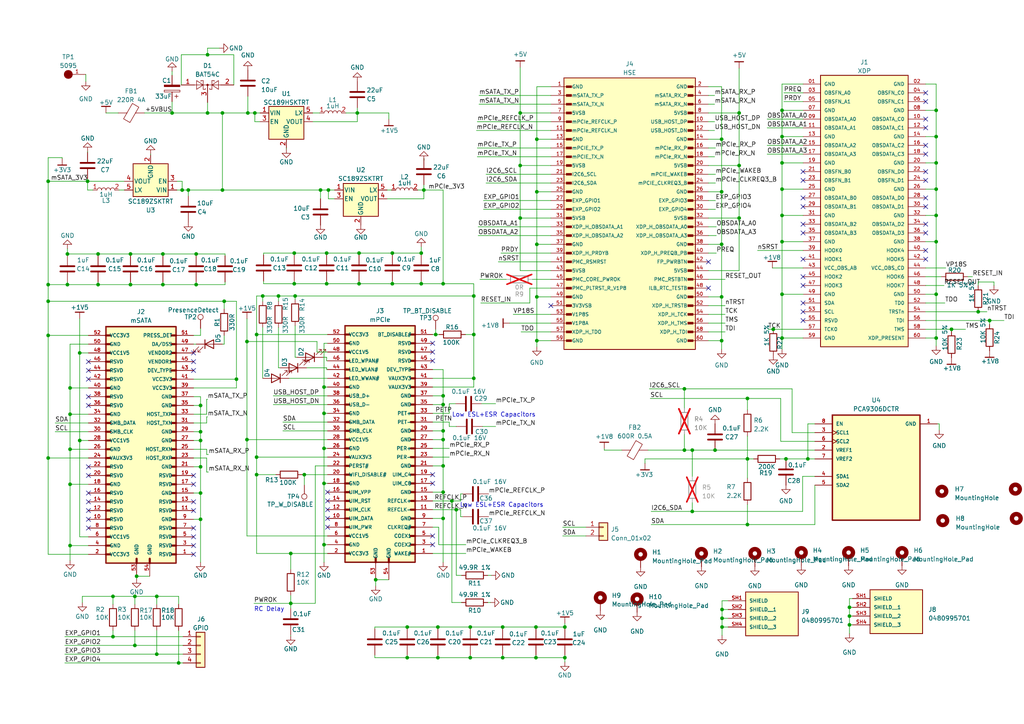
<source format=kicad_sch>
(kicad_sch (version 20230121) (generator eeschema)
  (paper "A4")
  (junction (at 214.376 63.246))
  (junction (at 28.448 73.66))
  (junction (at 155.702 55.626))
  (junction (at 137.414 109.728))
  (junction (at 227.965 133.096))
  (junction (at 209.296 70.866))
  (junction (at 19.558 73.66))
  (junction (at 163.83 181.864))
  (junction (at 226.822 98.044))
  (junction (at 150.876 32.766))
  (junction (at 58.166 143.002))
  (junction (at 246.38 181.229))
  (junction (at 271.526 47.244))
  (junction (at 198.501 130.556))
  (junction (at 155.702 40.386))
  (junction (at 209.423 181.864))
  (junction (at 226.822 70.104))
  (junction (at 71.882 32.766))
  (junction (at 93.98 112.268))
  (junction (at 13.97 87.376))
  (junction (at 136.398 190.754))
  (junction (at 58.166 135.382))
  (junction (at 145.796 190.754))
  (junction (at 155.448 190.754))
  (junction (at 20.32 130.302))
  (junction (at 209.423 176.784))
  (junction (at 155.702 86.106))
  (junction (at 45.466 189.738))
  (junction (at 226.822 47.244))
  (junction (at 85.598 85.852))
  (junction (at 84.328 175.006))
  (junction (at 71.628 127.508))
  (junction (at 127 181.864))
  (junction (at 128.524 124.968))
  (junction (at 226.822 39.624))
  (junction (at 37.846 73.66))
  (junction (at 155.702 98.806))
  (junction (at 20.32 158.242))
  (junction (at 137.414 97.028))
  (junction (at 226.822 85.344))
  (junction (at 271.526 62.484))
  (junction (at 84.328 160.528))
  (junction (at 65.024 87.376))
  (junction (at 271.526 98.044))
  (junction (at 155.702 70.866))
  (junction (at 25.4 52.578))
  (junction (at 93.98 157.988))
  (junction (at 283.718 90.424))
  (junction (at 214.376 32.766))
  (junction (at 37.846 82.55))
  (junction (at 118.11 190.754))
  (junction (at 13.97 97.282))
  (junction (at 226.822 54.864))
  (junction (at 32.766 184.658))
  (junction (at 20.32 120.142))
  (junction (at 49.911 32.766))
  (junction (at 93.98 130.048))
  (junction (at 216.789 115.57))
  (junction (at 88.265 137.668))
  (junction (at 74.422 132.588))
  (junction (at 128.524 82.296))
  (junction (at 94.742 82.296))
  (junction (at 271.526 54.864))
  (junction (at 60.198 15.875))
  (junction (at 128.524 114.808))
  (junction (at 28.448 82.55))
  (junction (at 74.422 137.668))
  (junction (at 128.524 150.368))
  (junction (at 71.628 99.06))
  (junction (at 52.832 55.118))
  (junction (at 54.61 55.118))
  (junction (at 19.558 82.55))
  (junction (at 56.896 73.66))
  (junction (at 20.32 140.462))
  (junction (at 224.282 95.504))
  (junction (at 132.334 147.828))
  (junction (at 200.787 148.336))
  (junction (at 20.32 112.522))
  (junction (at 128.524 127.508))
  (junction (at 122.936 55.118))
  (junction (at 126.365 97.028))
  (junction (at 95.25 55.118))
  (junction (at 51.816 192.278))
  (junction (at 209.296 40.386))
  (junction (at 76.2 85.852))
  (junction (at 246.38 176.149))
  (junction (at 275.971 95.504))
  (junction (at 216.789 133.096))
  (junction (at 80.772 85.852))
  (junction (at 93.98 119.888))
  (junction (at 122.174 82.296))
  (junction (at 271.526 85.344))
  (junction (at 104.14 73.406))
  (junction (at 58.166 150.622))
  (junction (at 85.344 73.406))
  (junction (at 209.423 179.324))
  (junction (at 113.792 73.406))
  (junction (at 23.114 127.762))
  (junction (at 234.315 133.096))
  (junction (at 137.414 85.852))
  (junction (at 23.114 102.362))
  (junction (at 127 190.754))
  (junction (at 287.02 92.964))
  (junction (at 209.296 86.106))
  (junction (at 216.789 152.146))
  (junction (at 58.166 127.762))
  (junction (at 209.296 98.806))
  (junction (at 47.244 82.55))
  (junction (at 103.632 32.766))
  (junction (at 118.11 181.864))
  (junction (at 246.38 178.689))
  (junction (at 122.174 73.406))
  (junction (at 60.198 32.766))
  (junction (at 163.83 190.754))
  (junction (at 207.391 130.556))
  (junction (at 13.97 52.578))
  (junction (at 47.244 73.66))
  (junction (at 92.964 55.118))
  (junction (at 200.787 130.556))
  (junction (at 128.524 117.348))
  (junction (at 198.501 112.776))
  (junction (at 271.526 70.104))
  (junction (at 131.064 145.288))
  (junction (at 64.516 55.118))
  (junction (at 128.524 135.128))
  (junction (at 74.422 97.028))
  (junction (at 56.896 82.55))
  (junction (at 145.796 181.864))
  (junction (at 13.97 132.842))
  (junction (at 150.876 48.006))
  (junction (at 39.116 187.198))
  (junction (at 32.766 172.974))
  (junction (at 85.344 82.296))
  (junction (at 271.526 32.004))
  (junction (at 128.524 142.748))
  (junction (at 45.466 172.974))
  (junction (at 150.876 63.246))
  (junction (at 113.792 82.296))
  (junction (at 39.624 167.132))
  (junction (at 108.966 168.148))
  (junction (at 226.822 32.004))
  (junction (at 94.742 73.406))
  (junction (at 73.914 32.766))
  (junction (at 226.822 62.484))
  (junction (at 155.448 181.864))
  (junction (at 136.398 181.864))
  (junction (at 58.166 125.222))
  (junction (at 39.116 172.974))
  (junction (at 104.14 82.296))
  (junction (at 93.98 140.208))
  (junction (at 64.516 32.766))
  (junction (at 209.296 55.626))
  (junction (at 68.58 109.982))
  (junction (at 13.97 82.55))
  (junction (at 271.526 39.624))
  (junction (at 58.166 117.602))
  (junction (at 214.376 48.006))
  (no_connect (at 268.478 49.784))
  (no_connect (at 56.134 140.462))
  (no_connect (at 125.476 99.568))
  (no_connect (at 56.134 104.902))
  (no_connect (at 232.918 75.184))
  (no_connect (at 125.476 137.668))
  (no_connect (at 56.134 153.162))
  (no_connect (at 25.654 150.622))
  (no_connect (at 268.478 37.084))
  (no_connect (at 25.654 107.442))
  (no_connect (at 232.918 82.804))
  (no_connect (at 232.918 57.404))
  (no_connect (at 56.134 148.082))
  (no_connect (at 125.476 140.208))
  (no_connect (at 268.478 44.704))
  (no_connect (at 25.654 153.162))
  (no_connect (at 232.918 90.424))
  (no_connect (at 94.996 150.368))
  (no_connect (at 232.918 49.784))
  (no_connect (at 25.654 145.542))
  (no_connect (at 94.996 142.748))
  (no_connect (at 56.134 160.782))
  (no_connect (at 25.654 148.082))
  (no_connect (at 125.476 102.108))
  (no_connect (at 205.486 75.946))
  (no_connect (at 25.654 143.002))
  (no_connect (at 268.478 34.544))
  (no_connect (at 232.918 92.964))
  (no_connect (at 232.918 67.564))
  (no_connect (at 125.476 157.988))
  (no_connect (at 56.134 155.702))
  (no_connect (at 159.766 88.646))
  (no_connect (at 25.654 137.922))
  (no_connect (at 94.996 147.828))
  (no_connect (at 94.996 145.288))
  (no_connect (at 268.478 67.564))
  (no_connect (at 268.478 65.024))
  (no_connect (at 232.918 87.884))
  (no_connect (at 232.918 52.324))
  (no_connect (at 268.478 52.324))
  (no_connect (at 125.476 155.448))
  (no_connect (at 205.486 83.566))
  (no_connect (at 268.478 29.464))
  (no_connect (at 56.134 107.442))
  (no_connect (at 56.134 145.542))
  (no_connect (at 25.654 115.062))
  (no_connect (at 268.478 59.944))
  (no_connect (at 56.134 137.922))
  (no_connect (at 25.654 117.602))
  (no_connect (at 232.918 80.264))
  (no_connect (at 268.478 42.164))
  (no_connect (at 268.478 57.404))
  (no_connect (at 25.654 104.902))
  (no_connect (at 232.918 65.024))
  (no_connect (at 25.654 135.382))
  (no_connect (at 25.654 109.982))
  (no_connect (at 56.134 102.362))
  (no_connect (at 232.918 59.944))
  (no_connect (at 268.478 75.184))
  (no_connect (at 56.134 158.242))
  (no_connect (at 268.478 72.644))
  (no_connect (at 268.478 26.924))
  (no_connect (at 125.476 104.648))
  (no_connect (at 94.996 152.908))
  (wire (pts (xy 37.846 82.55) (xy 28.448 82.55)))
  (wire (pts (xy 153.67 83.566) (xy 153.67 87.884)))
  (wire (pts (xy 227.33 29.464) (xy 232.918 29.464)))
  (wire (pts (xy 187.071 133.096) (xy 216.789 133.096)))
  (wire (pts (xy 150.876 32.766) (xy 159.766 32.766)))
  (wire (pts (xy 68.58 109.982) (xy 68.58 112.522)))
  (wire (pts (xy 20.32 99.822) (xy 20.32 112.522)))
  (wire (pts (xy 94.742 73.406) (xy 85.344 73.406)))
  (wire (pts (xy 108.966 168.148) (xy 108.966 169.926)))
  (wire (pts (xy 187.96 130.556) (xy 198.501 130.556)))
  (wire (pts (xy 127 189.992) (xy 127 190.754)))
  (wire (pts (xy 236.347 125.476) (xy 229.743 125.476)))
  (wire (pts (xy 65.278 81.788) (xy 65.278 82.55)))
  (wire (pts (xy 37.846 73.66) (xy 37.846 74.168)))
  (wire (pts (xy 74.422 85.852) (xy 74.422 97.028)))
  (wire (pts (xy 236.347 128.016) (xy 226.441 128.016)))
  (wire (pts (xy 20.32 120.142) (xy 20.32 130.302)))
  (wire (pts (xy 84.328 175.006) (xy 84.328 176.53)))
  (wire (pts (xy 80.772 85.852) (xy 80.772 87.376)))
  (wire (pts (xy 210.312 81.026) (xy 205.486 81.026)))
  (wire (pts (xy 58.166 143.002) (xy 58.166 150.622)))
  (wire (pts (xy 211.201 179.324) (xy 209.423 179.324)))
  (wire (pts (xy 28.448 73.66) (xy 19.558 73.66)))
  (wire (pts (xy 188.849 148.336) (xy 200.787 148.336)))
  (wire (pts (xy 122.174 73.406) (xy 113.792 73.406)))
  (wire (pts (xy 159.766 27.686) (xy 138.938 27.686)))
  (wire (pts (xy 74.422 132.588) (xy 94.996 132.588)))
  (wire (pts (xy 56.134 125.222) (xy 58.166 125.222)))
  (wire (pts (xy 159.766 83.566) (xy 153.67 83.566)))
  (wire (pts (xy 25.654 120.142) (xy 20.32 120.142)))
  (wire (pts (xy 13.97 45.72) (xy 13.97 52.578)))
  (wire (pts (xy 125.476 147.828) (xy 132.334 147.828)))
  (wire (pts (xy 67.818 15.875) (xy 67.818 24.638)))
  (wire (pts (xy 155.702 98.806) (xy 155.702 100.584)))
  (wire (pts (xy 59.944 132.842) (xy 56.134 132.842)))
  (wire (pts (xy 65.278 74.168) (xy 65.278 73.66)))
  (wire (pts (xy 155.702 70.866) (xy 155.702 86.106)))
  (wire (pts (xy 91.948 99.06) (xy 71.628 99.06)))
  (wire (pts (xy 88.265 140.716) (xy 88.265 137.668)))
  (wire (pts (xy 125.476 114.808) (xy 128.524 114.808)))
  (wire (pts (xy 155.702 25.146) (xy 155.702 40.386)))
  (wire (pts (xy 81.28 106.68) (xy 80.772 106.68)))
  (wire (pts (xy 145.796 190.754) (xy 136.398 190.754)))
  (wire (pts (xy 145.796 189.992) (xy 145.796 190.754)))
  (wire (pts (xy 128.524 135.128) (xy 128.524 142.748)))
  (wire (pts (xy 94.742 106.68) (xy 94.742 107.188)))
  (wire (pts (xy 13.97 82.55) (xy 13.97 87.376)))
  (wire (pts (xy 155.702 40.386) (xy 155.702 55.626)))
  (wire (pts (xy 236.347 152.146) (xy 236.347 140.716)))
  (wire (pts (xy 94.996 102.108) (xy 91.948 102.108)))
  (wire (pts (xy 100.33 32.766) (xy 103.632 32.766)))
  (wire (pts (xy 232.918 39.624) (xy 226.822 39.624)))
  (wire (pts (xy 25.4 52.578) (xy 36.068 52.578)))
  (wire (pts (xy 175.26 130.556) (xy 175.26 130.175)))
  (wire (pts (xy 108.712 182.372) (xy 108.712 181.864)))
  (wire (pts (xy 25.4 52.578) (xy 25.4 55.118)))
  (wire (pts (xy 268.478 47.244) (xy 271.526 47.244)))
  (wire (pts (xy 271.526 70.104) (xy 271.526 85.344)))
  (wire (pts (xy 131.064 145.288) (xy 133.604 145.288)))
  (wire (pts (xy 163.195 155.448) (xy 169.926 155.448)))
  (wire (pts (xy 232.918 44.704) (xy 222.504 44.704)))
  (wire (pts (xy 209.296 25.146) (xy 209.296 40.386)))
  (wire (pts (xy 13.97 132.842) (xy 25.654 132.842)))
  (wire (pts (xy 122.174 82.296) (xy 128.524 82.296)))
  (wire (pts (xy 159.766 55.626) (xy 155.702 55.626)))
  (wire (pts (xy 95.25 55.118) (xy 97.028 55.118)))
  (wire (pts (xy 30.734 32.766) (xy 34.29 32.766)))
  (wire (pts (xy 127.254 157.988) (xy 127.254 152.908)))
  (wire (pts (xy 84.328 184.404) (xy 84.328 184.15)))
  (wire (pts (xy 64.516 55.118) (xy 92.964 55.118)))
  (wire (pts (xy 118.11 190.754) (xy 127 190.754)))
  (wire (pts (xy 175.26 130.556) (xy 180.34 130.556)))
  (wire (pts (xy 283.718 90.424) (xy 286.258 90.424)))
  (wire (pts (xy 133.858 166.878) (xy 132.334 166.878)))
  (wire (pts (xy 214.376 32.766) (xy 214.376 48.006)))
  (wire (pts (xy 216.789 115.57) (xy 226.441 115.57)))
  (wire (pts (xy 73.914 35.306) (xy 75.438 35.306)))
  (wire (pts (xy 54.61 55.118) (xy 54.61 56.896)))
  (wire (pts (xy 13.97 52.578) (xy 25.4 52.578)))
  (wire (pts (xy 58.166 125.222) (xy 58.166 127.762)))
  (wire (pts (xy 23.114 127.762) (xy 23.114 155.702)))
  (wire (pts (xy 209.296 86.106) (xy 209.296 98.806)))
  (wire (pts (xy 59.944 120.904) (xy 60.198 120.904)))
  (wire (pts (xy 271.526 24.384) (xy 271.526 32.004)))
  (wire (pts (xy 226.822 54.864) (xy 226.822 62.484)))
  (wire (pts (xy 246.38 173.609) (xy 246.38 176.149)))
  (wire (pts (xy 268.478 90.424) (xy 283.718 90.424)))
  (wire (pts (xy 210.312 91.186) (xy 205.486 91.186)))
  (wire (pts (xy 39.116 172.974) (xy 45.466 172.974)))
  (wire (pts (xy 112.268 57.658) (xy 122.936 57.658)))
  (wire (pts (xy 207.518 42.926) (xy 205.486 42.926)))
  (wire (pts (xy 205.486 73.406) (xy 207.772 73.406)))
  (wire (pts (xy 150.876 32.766) (xy 150.876 48.006)))
  (wire (pts (xy 287.02 94.107) (xy 287.02 92.964)))
  (wire (pts (xy 59.944 136.906) (xy 59.944 132.842)))
  (wire (pts (xy 25.654 158.242) (xy 20.32 158.242)))
  (wire (pts (xy 112.268 55.118) (xy 113.538 55.118)))
  (wire (pts (xy 210.312 93.726) (xy 205.486 93.726)))
  (wire (pts (xy 19.558 73.66) (xy 19.558 74.168)))
  (wire (pts (xy 143.764 117.094) (xy 139.7 117.094)))
  (wire (pts (xy 137.414 109.728) (xy 137.414 112.268)))
  (wire (pts (xy 91.948 102.108) (xy 91.948 99.06)))
  (wire (pts (xy 229.743 125.476) (xy 229.743 112.776)))
  (wire (pts (xy 113.792 73.406) (xy 113.792 73.914)))
  (wire (pts (xy 94.742 103.632) (xy 94.742 104.648)))
  (wire (pts (xy 125.476 132.588) (xy 130.302 132.588)))
  (wire (pts (xy 93.98 130.048) (xy 93.98 140.208)))
  (wire (pts (xy 216.789 133.096) (xy 218.567 133.096)))
  (wire (pts (xy 155.702 55.626) (xy 155.702 70.866)))
  (wire (pts (xy 163.195 152.908) (xy 169.926 152.908)))
  (wire (pts (xy 205.486 55.626) (xy 209.296 55.626)))
  (wire (pts (xy 268.478 32.004) (xy 271.526 32.004)))
  (wire (pts (xy 187.071 134.366) (xy 187.071 133.096)))
  (wire (pts (xy 60.198 13.97) (xy 63.627 13.97)))
  (wire (pts (xy 65.278 73.66) (xy 56.896 73.66)))
  (wire (pts (xy 163.83 181.864) (xy 155.448 181.864)))
  (wire (pts (xy 128.524 124.968) (xy 128.524 127.508)))
  (wire (pts (xy 32.766 182.88) (xy 32.766 184.658)))
  (wire (pts (xy 73.914 32.766) (xy 73.914 35.306)))
  (wire (pts (xy 271.526 39.624) (xy 271.526 47.244)))
  (wire (pts (xy 127 181.864) (xy 118.11 181.864)))
  (wire (pts (xy 271.526 85.344) (xy 271.526 98.044)))
  (wire (pts (xy 13.97 97.282) (xy 13.97 132.842)))
  (wire (pts (xy 23.114 92.456) (xy 23.114 102.362)))
  (wire (pts (xy 71.882 32.766) (xy 73.914 32.766)))
  (wire (pts (xy 94.996 122.428) (xy 82.042 122.428)))
  (wire (pts (xy 128.524 127.508) (xy 128.524 135.128)))
  (wire (pts (xy 226.822 39.624) (xy 226.822 47.244)))
  (wire (pts (xy 47.244 82.55) (xy 37.846 82.55)))
  (wire (pts (xy 226.822 98.044) (xy 226.822 101.346)))
  (wire (pts (xy 126.365 97.028) (xy 127.381 97.028)))
  (wire (pts (xy 23.114 102.362) (xy 25.654 102.362)))
  (wire (pts (xy 140.97 53.086) (xy 159.766 53.086)))
  (wire (pts (xy 51.308 52.578) (xy 52.832 52.578)))
  (wire (pts (xy 56.134 122.682) (xy 59.944 122.682)))
  (wire (pts (xy 112.776 34.544) (xy 112.776 32.766)))
  (wire (pts (xy 136.398 190.754) (xy 127 190.754)))
  (wire (pts (xy 60.198 13.97) (xy 60.198 15.875)))
  (wire (pts (xy 112.776 168.148) (xy 108.966 168.148)))
  (wire (pts (xy 207.391 130.556) (xy 236.347 130.556)))
  (wire (pts (xy 56.134 130.302) (xy 59.944 130.302)))
  (wire (pts (xy 128.524 55.118) (xy 128.524 82.296)))
  (wire (pts (xy 74.422 97.028) (xy 94.996 97.028)))
  (wire (pts (xy 222.758 95.504) (xy 224.282 95.504)))
  (wire (pts (xy 200.787 130.556) (xy 200.787 138.176)))
  (wire (pts (xy 130.302 122.428) (xy 125.476 122.428)))
  (wire (pts (xy 150.876 19.558) (xy 150.876 32.766)))
  (wire (pts (xy 216.789 152.146) (xy 236.347 152.146)))
  (wire (pts (xy 132.334 166.878) (xy 132.334 147.828)))
  (wire (pts (xy 283.718 82.804) (xy 283.718 81.788)))
  (wire (pts (xy 288.29 81.788) (xy 288.29 82.804)))
  (wire (pts (xy 226.822 24.384) (xy 232.918 24.384)))
  (wire (pts (xy 216.789 126.492) (xy 216.789 133.096)))
  (wire (pts (xy 94.742 73.406) (xy 94.742 73.914)))
  (wire (pts (xy 198.501 125.984) (xy 198.501 130.556)))
  (wire (pts (xy 232.918 47.244) (xy 226.822 47.244)))
  (wire (pts (xy 205.486 40.386) (xy 209.296 40.386)))
  (wire (pts (xy 18.796 184.658) (xy 32.766 184.658)))
  (wire (pts (xy 56.896 81.788) (xy 56.896 82.55)))
  (wire (pts (xy 272.415 124.714) (xy 272.415 122.936)))
  (wire (pts (xy 76.2 85.852) (xy 80.772 85.852)))
  (wire (pts (xy 159.766 45.466) (xy 138.43 45.466)))
  (wire (pts (xy 58.166 97.282) (xy 58.166 95.25)))
  (wire (pts (xy 145.796 181.864) (xy 136.398 181.864)))
  (wire (pts (xy 232.918 32.004) (xy 226.822 32.004)))
  (wire (pts (xy 104.14 81.534) (xy 104.14 82.296)))
  (wire (pts (xy 268.478 98.044) (xy 271.526 98.044)))
  (wire (pts (xy 247.269 173.609) (xy 246.38 173.609)))
  (wire (pts (xy 133.604 143.256) (xy 133.604 145.288)))
  (wire (pts (xy 200.787 130.556) (xy 207.391 130.556)))
  (wire (pts (xy 56.134 143.002) (xy 58.166 143.002)))
  (wire (pts (xy 209.296 70.866) (xy 209.296 86.106)))
  (wire (pts (xy 80.772 85.852) (xy 85.598 85.852)))
  (wire (pts (xy 37.846 73.66) (xy 28.448 73.66)))
  (wire (pts (xy 125.476 97.028) (xy 126.365 97.028)))
  (wire (pts (xy 118.11 190.754) (xy 118.11 189.992)))
  (wire (pts (xy 39.116 187.198) (xy 53.086 187.198)))
  (wire (pts (xy 138.684 65.786) (xy 159.766 65.786)))
  (wire (pts (xy 13.97 82.55) (xy 19.558 82.55)))
  (wire (pts (xy 272.415 122.936) (xy 271.907 122.936)))
  (wire (pts (xy 125.476 152.908) (xy 127.254 152.908)))
  (wire (pts (xy 59.944 120.904) (xy 59.944 122.682)))
  (wire (pts (xy 32.766 172.974) (xy 39.116 172.974)))
  (wire (pts (xy 226.187 133.096) (xy 227.965 133.096)))
  (wire (pts (xy 94.996 155.448) (xy 71.628 155.448)))
  (wire (pts (xy 104.14 82.296) (xy 113.792 82.296)))
  (wire (pts (xy 58.166 115.062) (xy 58.166 117.602)))
  (wire (pts (xy 226.822 24.384) (xy 226.822 32.004)))
  (wire (pts (xy 39.116 172.974) (xy 39.116 175.26)))
  (wire (pts (xy 247.269 176.149) (xy 246.38 176.149)))
  (wire (pts (xy 60.198 32.766) (xy 64.516 32.766)))
  (wire (pts (xy 211.201 181.864) (xy 209.423 181.864)))
  (wire (pts (xy 198.501 112.776) (xy 229.743 112.776)))
  (wire (pts (xy 159.766 30.226) (xy 138.938 30.226)))
  (wire (pts (xy 232.918 34.544) (xy 222.504 34.544)))
  (wire (pts (xy 20.32 140.462) (xy 20.32 158.242)))
  (wire (pts (xy 125.476 109.728) (xy 137.414 109.728)))
  (wire (pts (xy 52.578 15.875) (xy 60.198 15.875)))
  (wire (pts (xy 159.766 98.806) (xy 155.702 98.806)))
  (wire (pts (xy 268.478 70.104) (xy 271.526 70.104)))
  (wire (pts (xy 56.896 73.66) (xy 47.244 73.66)))
  (wire (pts (xy 125.476 150.368) (xy 128.524 150.368)))
  (wire (pts (xy 207.264 27.686) (xy 205.486 27.686)))
  (wire (pts (xy 84.328 175.006) (xy 73.66 175.006)))
  (wire (pts (xy 125.476 135.128) (xy 128.524 135.128)))
  (wire (pts (xy 216.789 138.684) (xy 216.789 133.096)))
  (wire (pts (xy 125.476 130.048) (xy 130.302 130.048)))
  (wire (pts (xy 133.858 174.752) (xy 131.064 174.752)))
  (wire (pts (xy 65.024 89.662) (xy 65.024 87.376)))
  (wire (pts (xy 122.936 45.974) (xy 122.936 46.482)))
  (wire (pts (xy 94.996 114.808) (xy 79.248 114.808)))
  (wire (pts (xy 18.796 189.738) (xy 45.466 189.738)))
  (wire (pts (xy 71.882 27.94) (xy 71.882 32.766)))
  (wire (pts (xy 64.516 32.766) (xy 64.516 55.118)))
  (wire (pts (xy 47.244 81.788) (xy 47.244 82.55)))
  (wire (pts (xy 271.526 47.244) (xy 271.526 54.864)))
  (wire (pts (xy 145.796 190.754) (xy 155.448 190.754)))
  (wire (pts (xy 159.766 60.706) (xy 140.208 60.706)))
  (wire (pts (xy 283.718 81.788) (xy 288.29 81.788)))
  (wire (pts (xy 13.97 87.376) (xy 13.97 97.282)))
  (wire (pts (xy 159.766 86.106) (xy 155.702 86.106)))
  (wire (pts (xy 37.846 81.788) (xy 37.846 82.55)))
  (wire (pts (xy 159.766 73.406) (xy 145.288 73.406)))
  (wire (pts (xy 13.97 87.376) (xy 65.024 87.376)))
  (wire (pts (xy 23.114 127.762) (xy 25.654 127.762)))
  (wire (pts (xy 56.896 99.822) (xy 56.134 99.822)))
  (wire (pts (xy 60.198 29.718) (xy 60.198 32.766)))
  (wire (pts (xy 47.244 82.55) (xy 56.896 82.55)))
  (wire (pts (xy 51.308 55.118) (xy 52.832 55.118)))
  (wire (pts (xy 127 181.864) (xy 127 182.372)))
  (wire (pts (xy 28.448 73.66) (xy 28.448 74.168)))
  (wire (pts (xy 211.201 176.784) (xy 209.423 176.784)))
  (wire (pts (xy 18.034 45.72) (xy 13.97 45.72)))
  (wire (pts (xy 84.328 160.528) (xy 94.996 160.528)))
  (wire (pts (xy 163.83 181.864) (xy 163.83 182.372)))
  (wire (pts (xy 159.766 93.726) (xy 147.828 93.726)))
  (wire (pts (xy 232.918 77.724) (xy 224.028 77.724)))
  (wire (pts (xy 141.478 174.752) (xy 142.24 174.752)))
  (wire (pts (xy 53.086 184.658) (xy 32.766 184.658)))
  (wire (pts (xy 19.558 82.55) (xy 28.448 82.55)))
  (wire (pts (xy 95.25 55.118) (xy 95.25 57.658)))
  (wire (pts (xy 274.066 87.884) (xy 268.478 87.884)))
  (wire (pts (xy 45.466 189.738) (xy 53.086 189.738)))
  (wire (pts (xy 209.296 55.626) (xy 209.296 70.866)))
  (wire (pts (xy 205.486 48.006) (xy 214.376 48.006)))
  (wire (pts (xy 28.448 81.788) (xy 28.448 82.55)))
  (wire (pts (xy 137.414 82.296) (xy 128.524 82.296)))
  (wire (pts (xy 58.166 135.382) (xy 58.166 143.002)))
  (wire (pts (xy 25.654 130.302) (xy 20.32 130.302)))
  (wire (pts (xy 126.365 95.504) (xy 126.365 97.028)))
  (wire (pts (xy 226.822 47.244) (xy 226.822 54.864)))
  (wire (pts (xy 163.83 180.848) (xy 163.83 181.864)))
  (wire (pts (xy 18.796 187.198) (xy 39.116 187.198)))
  (wire (pts (xy 205.486 78.486) (xy 214.376 78.486)))
  (wire (pts (xy 214.376 19.812) (xy 214.376 32.766)))
  (wire (pts (xy 125.476 160.528) (xy 135.128 160.528)))
  (wire (pts (xy 108.712 181.864) (xy 118.11 181.864)))
  (wire (pts (xy 125.476 124.968) (xy 128.524 124.968)))
  (wire (pts (xy 198.501 118.364) (xy 198.501 112.776)))
  (wire (pts (xy 20.32 130.302) (xy 20.32 140.462)))
  (wire (pts (xy 92.964 55.118) (xy 95.25 55.118)))
  (wire (pts (xy 130.302 117.094) (xy 130.302 119.888)))
  (wire (pts (xy 159.766 75.946) (xy 144.526 75.946)))
  (wire (pts (xy 139.192 81.026) (xy 146.812 81.026)))
  (wire (pts (xy 90.678 35.306) (xy 103.632 35.306)))
  (wire (pts (xy 91.44 175.006) (xy 84.328 175.006)))
  (wire (pts (xy 84.328 160.528) (xy 84.328 165.1)))
  (wire (pts (xy 74.422 97.028) (xy 74.422 132.588)))
  (wire (pts (xy 209.423 174.244) (xy 209.423 176.784)))
  (wire (pts (xy 141.478 166.878) (xy 142.494 166.878)))
  (wire (pts (xy 145.796 181.864) (xy 145.796 182.372)))
  (wire (pts (xy 13.97 97.282) (xy 25.654 97.282)))
  (wire (pts (xy 49.911 32.766) (xy 60.198 32.766)))
  (wire (pts (xy 56.134 117.602) (xy 58.166 117.602)))
  (wire (pts (xy 159.766 37.846) (xy 138.176 37.846)))
  (wire (pts (xy 135.128 157.988) (xy 127.254 157.988)))
  (wire (pts (xy 226.822 85.344) (xy 226.822 98.044)))
  (wire (pts (xy 97.028 57.658) (xy 95.25 57.658)))
  (wire (pts (xy 226.822 32.004) (xy 226.822 39.624)))
  (wire (pts (xy 25.654 140.462) (xy 20.32 140.462)))
  (wire (pts (xy 130.302 119.888) (xy 125.476 119.888)))
  (wire (pts (xy 84.328 172.72) (xy 84.328 175.006)))
  (wire (pts (xy 25.654 155.702) (xy 23.114 155.702)))
  (wire (pts (xy 200.787 145.796) (xy 200.787 148.336)))
  (wire (pts (xy 122.936 55.118) (xy 122.936 57.658)))
  (wire (pts (xy 32.766 175.26) (xy 32.766 172.974)))
  (wire (pts (xy 93.98 119.888) (xy 93.98 130.048)))
  (wire (pts (xy 155.448 190.754) (xy 163.83 190.754)))
  (wire (pts (xy 232.918 42.164) (xy 222.504 42.164)))
  (wire (pts (xy 90.678 32.766) (xy 92.71 32.766)))
  (wire (pts (xy 159.766 40.386) (xy 155.702 40.386)))
  (wire (pts (xy 39.624 167.132) (xy 39.624 167.894)))
  (wire (pts (xy 138.684 68.326) (xy 159.766 68.326)))
  (wire (pts (xy 59.944 120.142) (xy 59.944 115.824)))
  (wire (pts (xy 43.688 44.704) (xy 43.688 44.958)))
  (wire (pts (xy 280.035 95.504) (xy 275.971 95.504)))
  (wire (pts (xy 60.198 15.875) (xy 67.818 15.875)))
  (wire (pts (xy 113.792 82.296) (xy 122.174 82.296)))
  (wire (pts (xy 246.38 178.689) (xy 246.38 181.229)))
  (wire (pts (xy 71.628 127.508) (xy 71.628 155.448)))
  (wire (pts (xy 135.001 97.028) (xy 137.414 97.028)))
  (wire (pts (xy 236.347 138.176) (xy 232.791 138.176)))
  (wire (pts (xy 132.08 117.094) (xy 130.302 117.094)))
  (wire (pts (xy 122.174 81.534) (xy 122.174 82.296)))
  (wire (pts (xy 159.766 25.146) (xy 155.702 25.146)))
  (wire (pts (xy 137.414 97.028) (xy 137.414 109.728)))
  (wire (pts (xy 205.486 70.866) (xy 209.296 70.866)))
  (wire (pts (xy 113.792 81.534) (xy 113.792 82.296)))
  (wire (pts (xy 247.269 178.689) (xy 246.38 178.689)))
  (wire (pts (xy 159.766 48.006) (xy 150.876 48.006)))
  (wire (pts (xy 74.422 137.668) (xy 80.01 137.668)))
  (wire (pts (xy 108.712 189.992) (xy 108.712 190.754)))
  (wire (pts (xy 59.944 115.824) (xy 60.198 115.824)))
  (wire (pts (xy 232.918 37.084) (xy 222.504 37.084)))
  (wire (pts (xy 159.766 78.486) (xy 150.876 78.486)))
  (wire (pts (xy 128.524 117.348) (xy 128.524 124.968)))
  (wire (pts (xy 205.486 60.706) (xy 207.518 60.706)))
  (wire (pts (xy 74.422 137.668) (xy 74.422 160.528)))
  (wire (pts (xy 207.264 35.306) (xy 205.486 35.306)))
  (wire (pts (xy 155.702 86.106) (xy 155.702 98.806)))
  (wire (pts (xy 125.476 127.508) (xy 128.524 127.508)))
  (wire (pts (xy 188.849 152.146) (xy 216.789 152.146)))
  (wire (pts (xy 128.524 142.748) (xy 128.524 150.368)))
  (wire (pts (xy 73.914 32.766) (xy 75.438 32.766)))
  (wire (pts (xy 118.11 181.864) (xy 118.11 182.372)))
  (wire (pts (xy 207.264 45.466) (xy 205.486 45.466)))
  (wire (pts (xy 93.98 99.568) (xy 94.996 99.568)))
  (wire (pts (xy 133.604 149.86) (xy 133.604 147.828)))
  (wire (pts (xy 130.302 122.428) (xy 130.302 123.698)))
  (wire (pts (xy 246.38 181.229) (xy 246.38 183.769)))
  (wire (pts (xy 43.434 167.132) (xy 39.624 167.132)))
  (wire (pts (xy 271.526 54.864) (xy 271.526 62.484)))
  (wire (pts (xy 268.478 85.344) (xy 271.526 85.344)))
  (wire (pts (xy 56.134 112.522) (xy 68.58 112.522)))
  (wire (pts (xy 273.812 82.804) (xy 268.478 82.804)))
  (wire (pts (xy 45.466 175.26) (xy 45.466 172.974)))
  (wire (pts (xy 271.526 62.484) (xy 271.526 70.104)))
  (wire (pts (xy 188.595 115.57) (xy 216.789 115.57)))
  (wire (pts (xy 103.632 32.766) (xy 103.632 35.306)))
  (wire (pts (xy 163.83 189.992) (xy 163.83 190.754)))
  (wire (pts (xy 47.244 73.66) (xy 37.846 73.66)))
  (wire (pts (xy 18.796 192.278) (xy 51.816 192.278)))
  (wire (pts (xy 93.98 99.568) (xy 93.98 112.268)))
  (wire (pts (xy 56.896 82.55) (xy 65.278 82.55)))
  (wire (pts (xy 236.347 122.936) (xy 234.315 122.936)))
  (wire (pts (xy 275.971 96.139) (xy 275.971 95.504)))
  (wire (pts (xy 268.478 39.624) (xy 271.526 39.624)))
  (wire (pts (xy 232.918 98.044) (xy 226.822 98.044)))
  (wire (pts (xy 271.526 98.044) (xy 271.526 100.33)))
  (wire (pts (xy 122.174 71.628) (xy 122.174 73.406)))
  (wire (pts (xy 59.944 136.906) (xy 60.452 136.906)))
  (wire (pts (xy 68.58 87.376) (xy 68.58 109.982)))
  (wire (pts (xy 74.422 132.588) (xy 74.422 137.668)))
  (wire (pts (xy 74.422 85.852) (xy 76.2 85.852)))
  (wire (pts (xy 287.02 92.964) (xy 268.478 92.964)))
  (wire (pts (xy 20.32 158.242) (xy 20.32 162.56)))
  (wire (pts (xy 207.264 30.226) (xy 205.486 30.226)))
  (wire (pts (xy 94.742 81.534) (xy 94.742 82.296)))
  (wire (pts (xy 128.524 107.188) (xy 128.524 114.808)))
  (wire (pts (xy 122.936 55.118) (xy 128.524 55.118)))
  (wire (pts (xy 232.918 72.644) (xy 219.71 72.644)))
  (wire (pts (xy 226.822 62.484) (xy 226.822 70.104)))
  (wire (pts (xy 103.632 31.242) (xy 103.632 32.766)))
  (wire (pts (xy 274.32 77.724) (xy 268.478 77.724)))
  (wire (pts (xy 59.944 131.826) (xy 59.944 130.302)))
  (wire (pts (xy 163.83 192.024) (xy 163.83 190.754)))
  (wire (pts (xy 113.792 73.406) (xy 104.14 73.406)))
  (wire (pts (xy 125.476 142.748) (xy 128.524 142.748)))
  (wire (pts (xy 93.98 157.988) (xy 93.98 163.068)))
  (wire (pts (xy 51.816 182.88) (xy 51.816 192.278)))
  (wire (pts (xy 25.4 43.942) (xy 25.4 44.196)))
  (wire (pts (xy 104.14 73.406) (xy 104.14 73.914)))
  (wire (pts (xy 125.476 107.188) (xy 128.524 107.188)))
  (wire (pts (xy 56.134 115.062) (xy 58.166 115.062)))
  (wire (pts (xy 58.166 150.622) (xy 58.166 163.068)))
  (wire (pts (xy 125.476 112.268) (xy 137.414 112.268)))
  (wire (pts (xy 137.414 82.296) (xy 137.414 85.852)))
  (wire (pts (xy 94.742 107.188) (xy 94.996 107.188)))
  (wire (pts (xy 13.97 160.782) (xy 25.654 160.782)))
  (wire (pts (xy 137.414 85.852) (xy 137.414 97.028)))
  (wire (pts (xy 128.524 150.368) (xy 128.524 163.068)))
  (wire (pts (xy 65.024 87.376) (xy 68.58 87.376)))
  (wire (pts (xy 82.042 124.968) (xy 94.996 124.968)))
  (wire (pts (xy 138.43 42.926) (xy 159.766 42.926)))
  (wire (pts (xy 268.478 62.484) (xy 271.526 62.484)))
  (wire (pts (xy 280.67 80.264) (xy 282.067 80.264)))
  (wire (pts (xy 34.544 55.118) (xy 36.068 55.118)))
  (wire (pts (xy 232.918 26.924) (xy 227.33 26.924)))
  (wire (pts (xy 188.341 112.776) (xy 198.501 112.776)))
  (wire (pts (xy 56.134 109.982) (xy 68.58 109.982)))
  (wire (pts (xy 153.67 87.884) (xy 139.446 87.884)))
  (wire (pts (xy 122.936 53.594) (xy 122.936 55.118)))
  (wire (pts (xy 125.476 117.348) (xy 128.524 117.348)))
  (wire (pts (xy 136.398 181.864) (xy 136.398 182.372)))
  (wire (pts (xy 131.064 174.752) (xy 131.064 145.288)))
  (wire (pts (xy 41.91 32.766) (xy 49.911 32.766)))
  (wire (pts (xy 94.996 135.128) (xy 91.44 135.128)))
  (wire (pts (xy 121.158 55.118) (xy 122.936 55.118)))
  (wire (pts (xy 56.134 120.142) (xy 59.944 120.142)))
  (wire (pts (xy 58.166 127.762) (xy 58.166 135.382)))
  (wire (pts (xy 25.4 51.816) (xy 25.4 52.578)))
  (wire (pts (xy 205.486 58.166) (xy 207.518 58.166)))
  (wire (pts (xy 65.024 97.282) (xy 65.024 99.822)))
  (wire (pts (xy 83.82 109.728) (xy 94.996 109.728)))
  (wire (pts (xy 25.4 55.118) (xy 26.924 55.118)))
  (wire (pts (xy 71.628 92.456) (xy 71.628 99.06)))
  (wire (pts (xy 214.376 48.006) (xy 214.376 63.246)))
  (wire (pts (xy 271.526 32.004) (xy 271.526 39.624)))
  (wire (pts (xy 93.98 157.988) (xy 94.996 157.988)))
  (wire (pts (xy 155.448 181.864) (xy 155.448 182.372)))
  (wire (pts (xy 59.944 131.826) (xy 60.452 131.826)))
  (wire (pts (xy 16.002 125.222) (xy 25.654 125.222)))
  (wire (pts (xy 86.106 103.632) (xy 85.598 103.632)))
  (wire (pts (xy 94.742 104.648) (xy 94.996 104.648)))
  (wire (pts (xy 159.766 63.246) (xy 150.876 63.246)))
  (wire (pts (xy 210.312 88.646) (xy 205.486 88.646)))
  (wire (pts (xy 130.302 123.698) (xy 132.334 123.698)))
  (wire (pts (xy 205.486 68.326) (xy 207.772 68.326)))
  (wire (pts (xy 13.97 132.842) (xy 13.97 160.782)))
  (wire (pts (xy 234.315 133.096) (xy 236.347 133.096)))
  (wire (pts (xy 19.558 82.55) (xy 19.558 81.788)))
  (wire (pts (xy 56.134 97.282) (xy 58.166 97.282)))
  (wire (pts (xy 268.478 54.864) (xy 271.526 54.864)))
  (wire (pts (xy 136.398 189.992) (xy 136.398 190.754)))
  (wire (pts (xy 210.312 96.266) (xy 205.486 96.266)))
  (wire (pts (xy 47.244 73.66) (xy 47.244 74.168)))
  (wire (pts (xy 71.628 99.06) (xy 71.628 127.508)))
  (wire (pts (xy 85.344 81.534) (xy 85.344 82.296)))
  (wire (pts (xy 94.996 117.348) (xy 79.248 117.348)))
  (wire (pts (xy 92.964 55.118) (xy 92.964 57.658)))
  (wire (pts (xy 232.918 85.344) (xy 226.822 85.344)))
  (wire (pts (xy 150.876 63.246) (xy 150.876 78.486)))
  (wire (pts (xy 45.466 182.88) (xy 45.466 189.738)))
  (wire (pts (xy 84.328 160.528) (xy 74.422 160.528)))
  (wire (pts (xy 49.911 32.766) (xy 49.911 29.464)))
  (wire (pts (xy 19.558 72.136) (xy 19.558 73.66)))
  (wire (pts (xy 205.486 98.806) (xy 209.296 98.806)))
  (wire (pts (xy 91.44 135.128) (xy 91.44 175.006)))
  (wire (pts (xy 159.766 58.166) (xy 140.208 58.166)))
  (wire (pts (xy 209.423 176.784) (xy 209.423 179.324)))
  (wire (pts (xy 207.518 50.546) (xy 205.486 50.546)))
  (wire (pts (xy 76.2 85.852) (xy 76.2 87.376)))
  (wire (pts (xy 25.654 112.522) (xy 20.32 112.522)))
  (wire (pts (xy 205.486 65.786) (xy 207.772 65.786)))
  (wire (pts (xy 159.766 70.866) (xy 155.702 70.866)))
  (wire (pts (xy 13.97 52.578) (xy 13.97 82.55)))
  (wire (pts (xy 226.822 70.104) (xy 226.822 85.344)))
  (wire (pts (xy 159.766 91.186) (xy 148.844 91.186)))
  (wire (pts (xy 211.201 174.244) (xy 209.423 174.244)))
  (wire (pts (xy 93.98 130.048) (xy 94.996 130.048)))
  (wire (pts (xy 214.376 63.246) (xy 214.376 78.486)))
  (wire (pts (xy 125.476 145.288) (xy 131.064 145.288)))
  (wire (pts (xy 52.832 55.118) (xy 54.61 55.118)))
  (wire (pts (xy 207.518 53.086) (xy 205.486 53.086)))
  (wire (pts (xy 226.441 128.016) (xy 226.441 115.57)))
  (wire (pts (xy 16.002 122.682) (xy 25.654 122.682)))
  (wire (pts (xy 56.134 150.622) (xy 58.166 150.622)))
  (wire (pts (xy 150.876 48.006) (xy 150.876 63.246)))
  (wire (pts (xy 136.398 181.864) (xy 127 181.864)))
  (wire (pts (xy 49.911 20.701) (xy 49.911 21.844)))
  (wire (pts (xy 64.516 32.766) (xy 71.882 32.766)))
  (wire (pts (xy 80.772 94.996) (xy 80.772 106.68)))
  (wire (pts (xy 134.112 149.86) (xy 133.604 149.86)))
  (wire (pts (xy 56.134 127.762) (xy 58.166 127.762)))
  (wire (pts (xy 88.265 137.668) (xy 94.996 137.668)))
  (wire (pts (xy 51.816 192.278) (xy 53.086 192.278)))
  (wire (pts (xy 155.448 181.864) (xy 145.796 181.864)))
  (wire (pts (xy 155.448 189.992) (xy 155.448 190.754)))
  (wire (pts (xy 76.454 82.296) (xy 76.454 81.534)))
  (wire (pts (xy 232.918 54.864) (xy 226.822 54.864)))
  (wire (pts (xy 159.766 35.306) (xy 138.43 35.306)))
  (wire (pts (xy 52.578 24.638) (xy 52.578 15.875)))
  (wire (pts (xy 227.965 133.096) (xy 234.315 133.096)))
  (wire (pts (xy 232.918 70.104) (xy 226.822 70.104)))
  (wire (pts (xy 65.024 99.822) (xy 64.516 99.822)))
  (wire (pts (xy 88.9 106.68) (xy 94.742 106.68)))
  (wire (pts (xy 18.034 45.974) (xy 18.034 45.72)))
  (wire (pts (xy 56.134 135.382) (xy 58.166 135.382)))
  (wire (pts (xy 85.598 85.852) (xy 85.598 86.868)))
  (wire (pts (xy 94.742 82.296) (xy 85.344 82.296)))
  (wire (pts (xy 232.918 62.484) (xy 226.822 62.484)))
  (wire (pts (xy 83.058 43.18) (xy 83.058 42.926)))
  (wire (pts (xy 128.524 114.808) (xy 128.524 117.348)))
  (wire (pts (xy 234.315 122.936) (xy 234.315 133.096)))
  (wire (pts (xy 108.712 190.754) (xy 118.11 190.754)))
  (wire (pts (xy 103.632 32.766) (xy 112.776 32.766)))
  (wire (pts (xy 93.726 103.632) (xy 94.742 103.632)))
  (wire (pts (xy 134.112 143.256) (xy 133.604 143.256)))
  (wire (pts (xy 93.98 140.208) (xy 94.996 140.208)))
  (wire (pts (xy 209.296 40.386) (xy 209.296 55.626)))
  (wire (pts (xy 85.344 73.406) (xy 76.454 73.406)))
  (wire (pts (xy 247.269 181.229) (xy 246.38 181.229)))
  (wire (pts (xy 93.98 119.888) (xy 94.996 119.888)))
  (wire (pts (xy 20.32 99.822) (xy 25.654 99.822)))
  (wire (pts (xy 214.376 32.766) (xy 205.486 32.766)))
  (wire (pts (xy 200.787 148.336) (xy 232.791 148.336)))
  (wire (pts (xy 268.478 24.384) (xy 271.526 24.384)))
  (wire (pts (xy 85.344 73.406) (xy 85.344 73.914)))
  (wire (pts (xy 159.766 96.266) (xy 151.13 96.266)))
  (wire (pts (xy 273.05 80.264) (xy 268.478 80.264)))
  (wire (pts (xy 216.789 146.304) (xy 216.789 152.146)))
  (wire (pts (xy 209.423 179.324) (xy 209.423 181.864)))
  (wire (pts (xy 20.32 112.522) (xy 20.32 120.142)))
  (wire (pts (xy 85.598 103.632) (xy 85.598 94.488)))
  (wire (pts (xy 76.454 73.406) (xy 76.454 73.914)))
  (wire (pts (xy 216.789 115.57) (xy 216.789 118.872)))
  (wire (pts (xy 232.791 138.176) (xy 232.791 148.336)))
  (wire (pts (xy 205.486 86.106) (xy 209.296 86.106)))
  (wire (pts (xy 140.97 50.546) (xy 159.766 50.546)))
  (wire (pts (xy 23.114 102.362) (xy 23.114 127.762)))
  (wire (pts (xy 52.832 52.578) (xy 52.832 55.118)))
  (wire (pts (xy 23.876 174.752) (xy 23.876 172.974)))
  (wire (pts (xy 93.98 140.208) (xy 93.98 157.988)))
  (wire (pts (xy 93.98 112.268) (xy 93.98 119.888)))
  (wire (pts (xy 122.174 73.914) (xy 122.174 73.406)))
  (wire (pts (xy 209.296 98.806) (xy 209.296 101.346)))
  (wire (pts (xy 24.892 23.622) (xy 24.892 21.59)))
  (wire (pts (xy 159.766 81.026) (xy 154.432 81.026)))
  (wire (pts (xy 87.63 137.668) (xy 88.265 137.668)))
  (wire (pts (xy 104.14 73.406) (xy 94.742 73.406)))
  (wire (pts (xy 209.423 181.864) (xy 209.423 184.277)))
  (wire (pts (xy 56.896 73.66) (xy 56.896 74.168)))
  (wire (pts (xy 224.282 95.504) (xy 232.918 95.504)))
  (wire (pts (xy 45.466 172.974) (xy 51.816 172.974)))
  (wire (pts (xy 93.98 112.268) (xy 94.996 112.268)))
  (wire (pts (xy 207.264 37.846) (xy 205.486 37.846)))
  (wire (pts (xy 76.2 94.996) (xy 76.2 109.728)))
  (wire (pts (xy 132.334 147.828) (xy 133.604 147.828)))
  (wire (pts (xy 198.501 130.556) (xy 200.787 130.556)))
  (wire (pts (xy 54.61 55.118) (xy 64.516 55.118)))
  (wire (pts (xy 85.598 85.852) (xy 137.414 85.852)))
  (wire (pts (xy 23.876 172.974) (xy 32.766 172.974)))
  (wire (pts (xy 94.996 127.508) (xy 71.628 127.508)))
  (wire (pts (xy 104.14 82.296) (xy 94.742 82.296)))
  (wire (pts (xy 205.486 63.246) (xy 214.376 63.246)))
  (wire (pts (xy 275.971 95.504) (xy 268.478 95.504)))
  (wire (pts (xy 205.486 25.146) (xy 209.296 25.146)))
  (wire (pts (xy 39.116 182.88) (xy 39.116 187.198)))
  (wire (pts (xy 143.764 123.698) (xy 139.954 123.698)))
  (wire (pts (xy 291.211 92.964) (xy 287.02 92.964)))
  (wire (pts (xy 85.344 82.296) (xy 76.454 82.296)))
  (wire (pts (xy 51.816 172.974) (xy 51.816 175.26)))
  (wire (pts (xy 246.38 176.149) (xy 246.38 178.689)))
  (wire (pts (xy 58.166 117.602) (xy 58.166 125.222)))
  (text "Low ESL+ESR Capacitors" (at 133.35 147.32 0) (effects (font (size 1.27 1.27)) (justify left bottom)))
  (text "RC Delay" (at 73.66 177.546 0) (effects (font (size 1.27 1.27)) (justify left bottom)))
  (text "Low ESL+ESR Capacitors" (at 131.064 121.158 0) (effects (font (size 1.27 1.27)) (justify left bottom)))
  (label "TCK" (at 222.758 95.504 0))
  (label "mPCIe_CLKREQ3_B" (at 135.128 157.988 0))
  (label "SDA" (at 163.195 155.448 0))
  (label "EXP_GPIO1" (at 140.208 58.166 0))
  (label "mSATA_RX_N" (at 207.264 30.226 0))
  (label "VP18S" (at 274.32 77.724 0))
  (label "SCL" (at 188.595 115.57 0))
  (label "mSATA_TX_P" (at 60.198 115.824 0))
  (label "mPCIe_RX_N" (at 207.264 45.466 0))
  (label "USB_HOST_DN" (at 79.248 117.348 0))
  (label "PETN" (at 126.238 122.428 0))
  (label "PETP" (at 126.238 119.888 0))
  (label "TDO" (at 151.13 96.266 0))
  (label "mPCIe_CLKREQ3_B" (at 207.518 53.086 0))
  (label "SCL" (at 163.195 152.908 0))
  (label "mSATA_RX_N" (at 60.452 136.906 0))
  (label "SCL" (at 82.042 124.968 0))
  (label "TMS" (at 280.035 95.504 0))
  (label "TMS" (at 210.312 93.726 0))
  (label "mPCIe_REFCLK_N" (at 138.176 37.846 0))
  (label "mPCIe_REFCLK_P" (at 138.43 35.306 0))
  (label "EXP_GPIO2" (at 18.796 187.198 0))
  (label "EXP_GPIO1" (at 18.796 184.658 0))
  (label "TDI" (at 210.312 96.266 0))
  (label "PREQ" (at 227.33 26.924 0))
  (label "nSRST" (at 219.71 72.644 0))
  (label "nTRST" (at 210.312 88.646 0))
  (label "mSATA_TX_N" (at 60.198 120.904 0))
  (label "RESET_IN" (at 282.067 80.264 0))
  (label "REFCLK_P" (at 125.984 145.288 0))
  (label "OBSDATA_A3" (at 207.772 68.326 0))
  (label "I2C6_SDA" (at 188.849 148.336 0))
  (label "mPCIe_WAKEB" (at 135.128 160.528 0))
  (label "OBSDATA_A2" (at 222.504 42.164 0))
  (label "USB_HOST_DP" (at 79.248 114.808 0))
  (label "+5VBUS" (at 42.037 32.766 0))
  (label "nSRST" (at 144.526 75.946 0))
  (label "OBSDATA_A1" (at 222.504 37.084 0))
  (label "mSATA_3V3" (at 14.732 52.578 0))
  (label "EXP_GPIO3" (at 207.518 58.166 0))
  (label "mSATA_TX_P" (at 138.938 27.686 0))
  (label "mPCIe_3V3" (at 124.206 55.118 0))
  (label "PRDY" (at 145.288 73.406 0))
  (label "mPCIe_TX_P" (at 138.43 42.926 0))
  (label "mPCIe_TX_N" (at 143.764 123.698 0))
  (label "OBSDATA_A2" (at 138.684 68.326 0))
  (label "EXP_GPIO3" (at 18.796 189.738 0))
  (label "VP18S" (at 148.844 91.186 0))
  (label "RESET_OUT" (at 273.812 82.804 0))
  (label "mPCIe_RX_P" (at 130.302 130.048 0))
  (label "I2C6_SCL" (at 188.341 112.776 0))
  (label "mPCIe_REFCLK_P" (at 141.732 143.256 0))
  (label "OBSDATA_A3" (at 222.504 44.704 0))
  (label "SDA" (at 82.042 122.428 0))
  (label "PWROK" (at 73.66 175.006 0))
  (label "TCK" (at 210.312 91.186 0))
  (label "EXP_GPIO4" (at 207.518 60.706 0))
  (label "I2C6_SCL" (at 140.97 50.546 0))
  (label "mPCIe_REFCLK_N" (at 141.732 149.86 0))
  (label "PRDY" (at 227.33 29.464 0))
  (label "PWROK" (at 139.192 81.026 0))
  (label "REFCLK_N" (at 125.984 147.828 0))
  (label "SDA" (at 16.002 122.682 0))
  (label "RESET_OUT" (at 210.312 81.026 0))
  (label "TDI" (at 291.211 92.964 0))
  (label "OBSDATA_A0" (at 222.504 34.544 0))
  (label "USB_HOST_DP" (at 207.264 35.306 0))
  (label "USB_HOST_DN" (at 207.264 37.846 0))
  (label "SDA" (at 188.849 152.146 0))
  (label "EXP_GPIO2" (at 140.208 60.706 0))
  (label "RESET_IN" (at 139.446 87.884 0))
  (label "mSATA_TX_N" (at 138.938 30.226 0))
  (label "TDO" (at 274.066 87.884 0))
  (label "OBSDATA_A1" (at 138.684 65.786 0))
  (label "mSATA_RX_P" (at 207.264 27.686 0))
  (label "SCL" (at 16.002 125.222 0))
  (label "I2C6_SDA" (at 140.97 53.086 0))
  (label "mPCIe_RX_N" (at 130.302 132.588 0))
  (label "mPCIe_TX_N" (at 138.43 45.466 0))
  (label "OBSDATA_A0" (at 207.772 65.786 0))
  (label "PREQ" (at 207.772 73.406 0))
  (label "mPCIe_RX_P" (at 207.518 42.926 0))
  (label "EXP_GPIO4" (at 18.796 192.278 0))
  (label "mPCIe_WAKEB" (at 207.518 50.546 0))
  (label "nTRST" (at 286.258 90.424 0))
  (label "mSATA_RX_P" (at 60.452 131.826 0))
  (label "mPCIe_TX_P" (at 143.764 117.094 0))
  (symbol (lib_id "gkl_power:+1V8") (at 224.028 77.724 0) (unit 1)
    (property "Reference" "#PWR043" (effects hide))
    (property "Value" "+1V8" (at 221.234 74.676 0) (effects (justify left)))
  )
  (symbol (lib_id "Device:R") (at 137.668 166.878 90) (unit 1)
    (property "Reference" "R11" (at 137.668 169.164 90))
    (property "Value" "49.9R 1%" (at 137.668 164.592 90))
    (property "Footprint" "Resistor_SMD:R_0402_1005Metric_Pad0.72x0.64mm_HandSolder" (effects hide))
    (property "MPN" "RC0402FR-0749R9L" (effects hide))
  )
  (symbol (lib_id "Device:R") (at 84.328 168.91 0) (unit 1)
    (property "Reference" "R12" (at 87.884 166.624 0))
    (property "Value" "10K" (at 87.884 168.91 0))
    (property "Footprint" "Resistor_SMD:R_0603_1608Metric_Pad0.98x0.95mm_HandSolder" (effects hide))
    (property "MPN" "SR0603FR-7T10KL" (effects hide))
  )
  (symbol (lib_id "Device:R") (at 32.766 179.07 0) (unit 1)
    (property "Reference" "R2" (at 27.686 176.784 0) (effects (justify left)))
    (property "Value" "10K" (at 27.686 179.07 0) (effects (justify left)))
    (property "Footprint" "Resistor_SMD:R_1206_3216Metric_Pad1.30x1.75mm_HandSolder" (effects hide))
    (property "MPN" "RC1206FR-0710KL" (effects hide))
  )
  (symbol (lib_id "Device:R") (at 224.282 99.314 180) (unit 1)
    (property "Reference" "R22" (at 226.187 99.441 90))
    (property "Value" "1K 5%" (at 222.377 97.282 90))
    (property "Footprint" "Resistor_SMD:R_0603_1608Metric_Pad0.98x0.95mm_HandSolder" (effects hide))
    (property "MPN" "RC0603JR-131KL" (effects hide))
  )
  (symbol (lib_id "Mechanical:MountingHole_Pad") (at 203.454 161.798 0) (unit 1)
    (property "Reference" "H2" (at 206.756 159.893 0) (effects (justify left)))
    (property "Value" "MountingHole_Pad" (at 206.756 162.433 0) (effects (justify left)))
    (property "Footprint" "MountingHole:MountingHole_4.3mm_M4_Pad" (effects hide))
  )
  (symbol (lib_id "gkl_power:+1V8") (at 275.971 103.759 180) (unit 1)
    (property "Reference" "#PWR054" (effects hide))
    (property "Value" "+1V8" (at 278.765 106.807 0) (effects (justify left)))
  )
  (symbol (lib_id "power:GND") (at 224.282 103.124 0) (unit 1)
    (property "Reference" "#PWR053" (effects hide))
    (property "Value" "GND" (at 224.282 107.696 0))
  )
  (symbol (lib_id "Mechanical:MountingHole") (at 273.177 142.494 0) (unit 1)
    (property "Reference" "H7" (at 276.86 141.859 0) (effects (justify left)))
    (property "Value" "MountingHole" (at 276.86 144.399 0) (effects (justify left)))
    (property "Footprint" "MountingHole:MountingHole_6.4mm_M6_DIN965" (effects hide))
  )
  (symbol (lib_id "Device:R") (at 65.024 93.472 180) (unit 1)
    (property "Reference" "R1" (at 62.992 93.472 90))
    (property "Value" "330R" (at 67.31 93.472 90))
    (property "Footprint" "Resistor_SMD:R_0603_1608Metric_Pad0.98x0.95mm_HandSolder" (effects hide))
    (property "MPN" "SR0603FR-7T330RL" (effects hide))
  )
  (symbol (lib_id "power:GND") (at 108.966 169.926 0) (unit 1)
    (property "Reference" "#PWR046" (effects hide))
    (property "Value" "GND" (at 108.966 173.736 0))
  )
  (symbol (lib_id "Mechanical:MountingHole_Pad") (at 218.948 161.798 0) (unit 1)
    (property "Reference" "H3" (at 222.25 159.893 0) (effects (justify left)))
    (property "Value" "MountingHole_Pad" (at 222.25 162.433 0) (effects (justify left)))
    (property "Footprint" "MountingHole:MountingHole_3.5mm_Pad" (effects hide))
  )
  (symbol (lib_id "Device:R") (at 39.116 179.07 0) (unit 1)
    (property "Reference" "R3" (at 34.036 176.784 0) (effects (justify left)))
    (property "Value" "10K" (at 34.036 179.07 0) (effects (justify left)))
    (property "Footprint" "Resistor_SMD:R_1206_3216Metric_Pad1.30x1.75mm_HandSolder" (effects hide))
    (property "MPN" "RC1206FR-0710KL" (effects hide))
  )
  (symbol (lib_id "Device:C") (at 47.244 77.978 180) (unit 1)
    (property "Reference" "C17" (at 51.816 78.232 0))
    (property "Value" "0.1uF" (at 51.816 75.692 0))
    (property "Footprint" "Capacitor_SMD:C_0603_1608Metric_Pad1.08x0.95mm_HandSolder" (effects hide))
    (property "MPN" "CL10B104KO8NNNC" (effects hide))
  )
  (symbol (lib_id "Device:R") (at 150.622 81.026 270) (unit 1) (dnp yes)
    (property "Reference" "R9" (at 150.622 85.344 90))
    (property "Value" "0R" (at 150.622 83.312 90))
    (property "Footprint" "Resistor_SMD:R_0603_1608Metric_Pad0.98x0.95mm_HandSolder" (effects hide))
  )
  (symbol (lib_id "Device:R") (at 283.718 86.614 180) (unit 1)
    (property "Reference" "R21" (at 285.877 86.614 90))
    (property "Value" "1K 5%" (at 281.813 84.582 90))
    (property "Footprint" "Resistor_SMD:R_0603_1608Metric_Pad0.98x0.95mm_HandSolder" (effects hide))
    (property "MPN" "RC0603JR-131KL" (effects hide))
  )
  (symbol (lib_id "5095:5095") (at 19.812 21.59 180) (unit 1)
    (property "Reference" "TP1" (at 19.812 16.51 0))
    (property "Value" "5095" (at 19.812 19.05 0))
    (property "Footprint" "5095:KEYSTONE_5095" (effects hide))
    (property "MF" "Keystone Electronics" (effects hide))
    (property "MAXIMUM_PACKAGE_HEIGHT" "2.29mm" (effects hide))
    (property "Package" "None" (effects hide))
    (property "Price" "None" (effects hide))
    (property "Check_prices" "https://www.snapeda.com/parts/5095/Keystone+Electronics/view-part/?ref=eda" (effects hide))
    (property "STANDARD" "Manufacturer Recommendations" (effects hide))
    (property "SnapEDA_Link" "https://www.snapeda.com/parts/5095/Keystone+Electronics/view-part/?ref=snap" (effects hide))
    (property "MPN" "5095" (effects hide))
    (property "Description" "\nSMT Test Point- Compact, Tin-5000 pc Reels\n" (effects hide))
    (property "SNAPEDA_PN" "5091" (effects hide))
    (property "Availability" "In Stock" (effects hide))
    (property "MANUFACTURER" "Keystone" (effects hide))
  )
  (symbol (lib_id "power:GND") (at 122.936 46.482 180) (unit 1)
    (property "Reference" "#PWR06" (effects hide))
    (property "Value" "GND" (at 120.904 42.672 0) (effects (justify right)))
  )
  (symbol (lib_id "MAKK2016T1R0M:MAKK2016T1R0M") (at 96.52 32.766 0) (unit 1)
    (property "Reference" "L1" (at 96.52 28.956 0))
    (property "Value" "1uH" (at 96.52 30.734 0))
    (property "Footprint" "MAKK2016T1R0M:INDC2016X100N" (effects hide))
    (property "MF" "Taiyo Yuden" (effects hide))
    (property "Description" "\n1 µH Shielded Drum Core, Wirewound Inductor 2.2 A 75mOhm Max 0806 (2016 Metric)\n" (effects hide))
    (property "Package" "2016 Taiyo Yuden" (effects hide))
    (property "Price" "None" (effects hide))
    (property "SnapEDA_Link" "https://www.snapeda.com/parts/MAKK2016T1R0M/Taiyo+Yuden/view-part/?ref=snap" (effects hide))
    (property "MPN" "MAKK2016T1R0M" (effects hide))
    (property "Purchase-URL" "https://www.snapeda.com/api/url_track_click_mouser/?unipart_id=881408&manufacturer=Taiyo Yuden&part_name=MAKK2016T1R0M&search_term=makk2016t1r0m" (effects hide))
    (property "Availability" "In Stock" (effects hide))
    (property "Check_prices" "https://www.snapeda.com/parts/MAKK2016T1R0M/Taiyo+Yuden/view-part/?ref=eda" (effects hide))
  )
  (symbol (lib_id "power:GND") (at 23.876 174.752 0) (unit 1)
    (property "Reference" "#PWR044" (effects hide))
    (property "Value" "GND" (at 23.876 178.816 0))
  )
  (symbol (lib_id "Mechanical:MountingHole_Pad") (at 184.785 175.006 0) (unit 1)
    (property "Reference" "H10" (at 188.087 173.101 0) (effects (justify left)))
    (property "Value" "MountingHole_Pad" (at 188.087 175.641 0) (effects (justify left)))
    (property "Footprint" "MountingHole:MountingHole_4.3mm_M4_Pad" (effects hide))
  )
  (symbol (lib_id "Device:C") (at 118.11 186.182 180) (unit 1)
    (property "Reference" "C26" (at 122.682 186.182 0))
    (property "Value" "0.1uF" (at 122.682 183.642 0))
    (property "Footprint" "Capacitor_SMD:C_0603_1608Metric_Pad1.08x0.95mm_HandSolder" (effects hide))
    (property "MPN" "CL10B104KO8NNNC" (effects hide))
  )
  (symbol (lib_id "power:GND") (at 25.4 43.942 180) (unit 1)
    (property "Reference" "#PWR014" (effects hide))
    (property "Value" "GND" (at 23.368 40.132 0) (effects (justify right)))
  )
  (symbol (lib_id "Device:R") (at 276.86 80.264 90) (unit 1)
    (property "Reference" "R20" (at 276.86 78.359 90))
    (property "Value" "1K 5%" (at 277.749 82.677 90))
    (property "Footprint" "Resistor_SMD:R_0603_1608Metric_Pad0.98x0.95mm_HandSolder" (effects hide))
    (property "MPN" "RC0603JR-131KL" (effects hide))
  )
  (symbol (lib_id "power:GND") (at 272.415 124.714 0) (unit 1)
    (property "Reference" "#PWR030" (effects hide))
    (property "Value" "GND" (at 272.415 129.286 0))
  )
  (symbol (lib_id "power:GND") (at 103.632 23.622 180) (unit 1)
    (property "Reference" "#PWR026" (effects hide))
    (property "Value" "GND" (at 101.6 19.558 0) (effects (justify right)))
  )
  (symbol (lib_id "power:GND") (at 185.801 164.592 0) (unit 1)
    (property "Reference" "#PWR031" (effects hide))
    (property "Value" "GND" (at 185.801 170.18 0))
  )
  (symbol (lib_id "Device:R") (at 216.789 122.682 0) (unit 1)
    (property "Reference" "R6" (at 218.567 121.92 0) (effects (justify left)))
    (property "Value" "2.2K" (at 218.567 124.46 0) (effects (justify left)))
    (property "Footprint" "Resistor_SMD:R_0603_1608Metric_Pad0.98x0.95mm_HandSolder" (effects hide))
    (property "MPN" "SR0603FR-7T2K2L" (effects hide))
  )
  (symbol (lib_id "Device:C") (at 103.632 27.432 180) (unit 1)
    (property "Reference" "C5" (at 107.696 28.702 0))
    (property "Value" "22uF" (at 108.712 26.162 0))
    (property "Footprint" "Capacitor_SMD:C_0603_1608Metric_Pad1.08x0.95mm_HandSolder" (effects hide))
    (property "MPN" "CL10A226MP8NUNE" (effects hide))
  )
  (symbol (lib_id "power:GND") (at 218.948 164.338 0) (unit 1)
    (property "Reference" "#PWR049" (effects hide))
    (property "Value" "GND" (at 218.948 169.926 0))
  )
  (symbol (lib_id "Device:R") (at 51.816 179.07 0) (unit 1)
    (property "Reference" "R18" (at 46.736 177.038 0) (effects (justify left)))
    (property "Value" "10K" (at 46.736 179.07 0) (effects (justify left)))
    (property "Footprint" "Resistor_SMD:R_1206_3216Metric_Pad1.30x1.75mm_HandSolder" (effects hide))
    (property "MPN" "RC1206FR-0710KL" (effects hide))
  )
  (symbol (lib_id "Device:C") (at 104.14 77.724 180) (unit 1)
    (property "Reference" "C10" (at 108.712 77.978 0))
    (property "Value" "0.1uF" (at 108.712 75.438 0))
    (property "Footprint" "Capacitor_SMD:C_0603_1608Metric_Pad1.08x0.95mm_HandSolder" (effects hide))
    (property "MPN" "CL10B104KO8NNNC" (effects hide))
  )
  (symbol (lib_id "gkl_power:+5V") (at 150.876 19.558 0) (unit 1)
    (property "Reference" "#PWR01" (effects hide))
    (property "Value" "+5V" (at 150.876 15.748 0))
  )
  (symbol (lib_id "Mechanical:MountingHole_Pad") (at 246.126 161.544 0) (unit 1)
    (property "Reference" "H5" (at 249.428 159.639 0) (effects (justify left)))
    (property "Value" "MountingHole_Pad" (at 249.428 162.179 0) (effects (justify left)))
    (property "Footprint" "MountingHole:MountingHole_3.5mm_Pad" (effects hide))
  )
  (symbol (lib_id "Mechanical:MountingHole") (at 273.431 151.003 0) (unit 1)
    (property "Reference" "H8" (at 277.114 150.368 0) (effects (justify left)))
    (property "Value" "MountingHole" (at 277.114 152.908 0) (effects (justify left)))
    (property "Footprint" "MountingHole:MountingHole_6.4mm_M6_DIN965" (effects hide))
  )
  (symbol (lib_id "Device:C") (at 122.936 49.784 180) (unit 1)
    (property "Reference" "C6" (at 128.016 51.054 0))
    (property "Value" "22uF" (at 128.016 48.514 0))
    (property "Footprint" "Capacitor_SMD:C_0603_1608Metric_Pad1.08x0.95mm_HandSolder" (effects hide))
    (property "MPN" "CL10A226MP8NUNE" (effects hide))
  )
  (symbol (lib_id "Connector:TestPoint") (at 58.166 95.25 0) (unit 1)
    (property "Reference" "TP2" (at 53.467 91.948 0) (effects (justify left)))
    (property "Value" "PresenceDetect" (at 48.641 89.916 0) (effects (justify left)))
    (property "Footprint" "TestPoint:TestPoint_Pad_D1.5mm" (effects hide))
  )
  (symbol (lib_id "power:GND") (at 246.126 164.084 0) (unit 1)
    (property "Reference" "#PWR051" (effects hide))
    (property "Value" "GND" (at 246.126 169.672 0))
  )
  (symbol (lib_id "Device:C") (at 136.144 123.698 90) (unit 1)
    (property "Reference" "C30" (at 139.7 125.222 90))
    (property "Value" "0.1uF 16V" (at 136.144 127 90))
    (property "Footprint" "Capacitor_SMD:C_0402_1005Metric_Pad0.74x0.62mm_HandSolder" (effects hide))
    (property "MPN" "NMC0402X7R104K25TRPF" (effects hide))
  )
  (symbol (lib_id "Device:LED") (at 60.706 99.822 0) (unit 1)
    (property "Reference" "D5" (at 63.246 96.774 90) (effects (justify right)))
    (property "Value" "LED" (effects hide))
    (property "Footprint" "Diode_LTST:LTST-S270TGKT-HandSolder" (effects hide))
    (property "MPN" "LTST-C190GKT" (effects hide))
  )
  (symbol (lib_id "power:GND") (at 232.41 164.084 0) (unit 1)
    (property "Reference" "#PWR050" (effects hide))
    (property "Value" "GND" (at 232.41 169.672 0))
  )
  (symbol (lib_id "Device:C") (at 207.391 126.746 180) (unit 1)
    (property "Reference" "C27" (at 212.217 126.746 0))
    (property "Value" "0.1uF" (at 212.217 124.206 0))
    (property "Footprint" "Capacitor_SMD:C_0603_1608Metric_Pad1.08x0.95mm_HandSolder" (effects hide))
    (property "MPN" "CL10B104KO8NNNC" (effects hide))
  )
  (symbol (lib_id "Device:C") (at 136.398 186.182 180) (unit 1)
    (property "Reference" "C21" (at 140.97 186.182 0))
    (property "Value" "0.1uF" (at 140.97 183.642 0))
    (property "Footprint" "Capacitor_SMD:C_0603_1608Metric_Pad1.08x0.95mm_HandSolder" (effects hide))
    (property "MPN" "CL10B104KO8NNNC" (effects hide))
  )
  (symbol (lib_id "gkl_power:+1V8") (at 175.26 130.175 0) (unit 1)
    (property "Reference" "#PWR042" (effects hide))
    (property "Value" "+1V8" (at 175.26 126.619 0))
  )
  (symbol (lib_id "Device:C") (at 54.61 60.706 0) (unit 1)
    (property "Reference" "C4" (at 59.944 61.468 0) (effects (justify right)))
    (property "Value" "10uF" (at 61.976 58.928 0) (effects (justify right)))
    (property "Footprint" "Capacitor_SMD:C_0603_1608Metric_Pad1.08x0.95mm_HandSolder" (effects hide))
    (property "MPN" "CL10A106KQ8NNNC" (effects hide))
  )
  (symbol (lib_name "67910-5700_2") (lib_id "67910-5700:67910-5700") (at 110.236 127.508 0) (unit 1)
    (property "Reference" "J3" (at 110.236 90.17 0))
    (property "Value" "mPCIe" (at 110.236 92.71 0))
    (property "Footprint" "67910-5700:MOLEX_67910-5700" (effects hide))
    (property "MF" "Molex" (effects hide))
    (property "Description" "\n52 Position Female Connector PCI Express Mini Card Gold 0.031 (0.80mm) Black\n" (effects hide))
    (property "Package" "None" (effects hide))
    (property "Price" "None" (effects hide))
    (property "Check_prices" "https://www.snapeda.com/parts/67910-5700/Molex/view-part/?ref=eda" (effects hide))
    (property "SnapEDA_Link" "https://www.snapeda.com/parts/67910-5700/Molex/view-part/?ref=snap" (effects hide))
    (property "MPN" "67910-5700" (effects hide))
    (property "Availability" "In Stock" (effects hide))
    (property "MANUFACTURER" "Molex, LLC" (effects hide))
  )
  (symbol (lib_id "Device:LED") (at 85.09 106.68 180) (unit 1)
    (property "Reference" "D3" (at 82.55 106.426 90) (effects (justify right)))
    (property "Value" "LED" (effects hide))
    (property "Footprint" "Diode_LTST:LTST-S270TGKT-HandSolder" (effects hide))
    (property "MPN" "LTST-C190GKT" (effects hide))
  )
  (symbol (lib_id "Regulator_Switching:SC189HSKTRT") (at 83.058 35.306 0) (unit 1)
    (property "Reference" "U1" (at 83.058 27.178 0))
    (property "Value" "SC189HSKTRT" (at 83.058 29.718 0))
    (property "Footprint" "Package_TO_SOT_SMD:SOT-23-5" (effects hide))
    (property "Datasheet" "https://semtech.file.force.com/sfc/dist/version/download/?oid=00DE0000000JelG&ids=06844000005ge7bAAA&d=%2Fa%2F44000000MDZF%2FKz5ycNi9I5Dzzg5AzBOB4W0TtqtKUtMf03CWPRt6CLQ&operationContext=DELIVERY&viewId=05H3n00000285bfEAA&dpt=" (effects hide))
    (property "MPN" "SC189HSKTRT" (effects hide))
  )
  (symbol (lib_id "Mechanical:MountingHole") (at 294.767 150.368 0) (unit 1)
    (property "Reference" "H12" (at 298.45 149.733 0) (effects (justify left)))
    (property "Value" "MountingHole" (at 298.45 152.273 0) (effects (justify left)))
    (property "Footprint" "MountingHole:MountingHole_3.2mm_M3_DIN965" (effects hide))
  )
  (symbol (lib_id "Device:R") (at 45.466 179.07 0) (unit 1)
    (property "Reference" "R17" (at 40.386 177.038 0) (effects (justify left)))
    (property "Value" "10K" (at 40.386 179.07 0) (effects (justify left)))
    (property "Footprint" "Resistor_SMD:R_1206_3216Metric_Pad1.30x1.75mm_HandSolder" (effects hide))
    (property "MPN" "RC1206FR-0710KL" (effects hide))
  )
  (symbol (lib_id "power:GND") (at 155.702 100.584 0) (unit 1)
    (property "Reference" "#PWR02" (effects hide))
    (property "Value" "GND" (at 155.702 105.156 0))
  )
  (symbol (lib_id "gkl_power:+3V3") (at 18.034 45.974 0) (mirror x) (unit 1)
    (property "Reference" "#PWR033" (effects hide))
    (property "Value" "+3V3" (at 18.034 49.276 0))
  )
  (symbol (lib_id "Device:C") (at 155.448 186.182 180) (unit 1)
    (property "Reference" "C23" (at 159.512 186.182 0))
    (property "Value" "0.1uF" (at 159.512 183.642 0))
    (property "Footprint" "Capacitor_SMD:C_0603_1608Metric_Pad1.08x0.95mm_HandSolder" (effects hide))
    (property "MPN" "CL10B104KO8NNNC" (effects hide))
  )
  (symbol (lib_id "power:GND") (at 84.328 184.404 0) (unit 1)
    (property "Reference" "#PWR040" (effects hide))
    (property "Value" "GND" (at 84.328 188.214 0))
  )
  (symbol (lib_id "gkl_power:+5V") (at 30.734 32.766 0) (unit 1)
    (property "Reference" "#PWR019" (effects hide))
    (property "Value" "+5V" (at 28.702 29.718 0) (effects (justify left)))
  )
  (symbol (lib_id "power:GND") (at 19.558 72.136 180) (unit 1)
    (property "Reference" "#PWR027" (effects hide))
    (property "Value" "GND" (at 17.526 68.326 0) (effects (justify right)))
  )
  (symbol (lib_id "Device:C") (at 71.882 24.13 180) (unit 1)
    (property "Reference" "C2" (at 75.692 23.495 0) (effects (justify right)))
    (property "Value" "10uF" (at 75.692 26.035 0) (effects (justify right)))
    (property "Footprint" "Capacitor_SMD:C_0603_1608Metric_Pad1.08x0.95mm_HandSolder" (effects hide))
    (property "MPN" "CL10A106KQ8NNNC" (effects hide))
  )
  (symbol (lib_id "power:GND") (at 207.391 122.936 180) (unit 1)
    (property "Reference" "#PWR036" (effects hide))
    (property "Value" "GND" (at 207.391 118.872 0))
  )
  (symbol (lib_id "Device:R") (at 83.82 137.668 90) (unit 1)
    (property "Reference" "R13" (at 80.772 139.192 90) (effects (justify left)))
    (property "Value" "100K" (at 86.106 139.954 90) (effects (justify left)))
    (property "Footprint" "Resistor_SMD:R_0603_1608Metric_Pad0.98x0.95mm_HandSolder" (effects hide))
    (property "MPN" "SR0603FR-7T100KL" (effects hide))
  )
  (symbol (lib_id "0480995701:0480995701") (at 254.889 173.609 0) (unit 1)
    (property "Reference" "J8" (at 269.24 176.784 0) (effects (justify left)))
    (property "Value" "0480995701" (at 269.24 179.324 0) (effects (justify left)))
    (property "Footprint" "0480995701:MOLEX_0480995701" (effects hide))
    (property "MF" "Molex" (effects hide))
    (property "MAXIMUM_PACKAGE_HEIGHT" "6.5mm" (effects hide))
    (property "Package" "None" (effects hide))
    (property "Price" "None" (effects hide))
    (property "Check_prices" "https://www.snapeda.com/parts/0480995701/Molex/view-part/?ref=eda" (effects hide))
    (property "STANDARD" "Manufacturer Recommendations" (effects hide))
    (property "PARTREV" "G" (effects hide))
    (property "SnapEDA_Link" "https://www.snapeda.com/parts/0480995701/Molex/view-part/?ref=snap" (effects hide))
    (property "MPN" "0480995701" (effects hide))
    (property "Purchase-URL" "https://www.snapeda.com/api/url_track_click_mouser/?unipart_id=513762&manufacturer=Molex&part_name=0480995701&search_term=None" (effects hide))
    (property "Description" "\nConnector Latch For PCI Express Mini Card\n" (effects hide))
    (property "Availability" "In Stock" (effects hide))
    (property "MANUFACTURER" "Molex" (effects hide))
  )
  (symbol (lib_id "gkl_power:+1V5") (at 23.114 92.456 0) (unit 1)
    (property "Reference" "#PWR07" (effects hide))
    (property "Value" "+1V5" (at 23.114 89.154 0))
  )
  (symbol (lib_id "gkl_power:+1V5") (at 112.776 34.544 180) (unit 1)
    (property "Reference" "#PWR025" (effects hide))
    (property "Value" "+1V5" (at 110.236 37.846 0) (effects (justify right)))
  )
  (symbol (lib_id "Device:C") (at 92.964 61.468 0) (unit 1)
    (property "Reference" "C3" (at 89.916 62.992 0) (effects (justify right)))
    (property "Value" "10uF" (at 89.916 60.452 0) (effects (justify right)))
    (property "Footprint" "Capacitor_SMD:C_0603_1608Metric_Pad1.08x0.95mm_HandSolder" (effects hide))
    (property "MPN" "CL10A106KQ8NNNC" (effects hide))
  )
  (symbol (lib_id "Diode:BAT54C") (at 60.198 24.638 0) (unit 1)
    (property "Reference" "D1" (at 60.198 19.05 0))
    (property "Value" "BAT54C" (at 60.198 21.59 0))
    (property "Footprint" "Package_TO_SOT_SMD:SOT-23" (effects hide))
    (property "Datasheet" "http://www.diodes.com/_files/datasheets/ds11005.pdf" (effects hide))
    (property "MPN" "BAT54CLT3G" (effects hide))
  )
  (symbol (lib_id "power:GND") (at 83.058 43.18 0) (unit 1)
    (property "Reference" "#PWR016" (effects hide))
    (property "Value" "GND" (at 83.058 46.99 0))
  )
  (symbol (lib_id "power:GND") (at 203.454 164.338 0) (unit 1)
    (property "Reference" "#PWR041" (effects hide))
    (property "Value" "GND" (at 203.454 169.926 0))
  )
  (symbol (lib_id "gkl_power:+5V") (at 214.376 19.812 0) (unit 1)
    (property "Reference" "#PWR03" (effects hide))
    (property "Value" "+5V" (at 214.376 16.002 0))
  )
  (symbol (lib_id "Device:R") (at 216.789 142.494 180) (unit 1)
    (property "Reference" "R7" (at 210.693 141.224 0) (effects (justify right)))
    (property "Value" "2.2K" (at 210.693 143.764 0) (effects (justify right)))
    (property "Footprint" "Resistor_SMD:R_0603_1608Metric_Pad0.98x0.95mm_HandSolder" (effects hide))
    (property "MPN" "SR0603FR-7T2K2L" (effects hide))
  )
  (symbol (lib_id "Device:C") (at 84.328 180.34 180) (unit 1)
    (property "Reference" "C31" (at 86.614 182.626 0))
    (property "Value" "0.1uF" (at 87.63 178.054 0))
    (property "Footprint" "Capacitor_SMD:C_0603_1608Metric_Pad1.08x0.95mm_HandSolder" (effects hide))
    (property "MPN" "CL10B104KO8NNNC" (effects hide))
  )
  (symbol (lib_id "3-5177986-2:3-5177986-2") (at 182.626 60.706 0) (unit 1)
    (property "Reference" "J4" (at 182.626 18.542 0))
    (property "Value" "HSE" (at 182.626 21.082 0))
    (property "Footprint" "3-5177986-2:TE_3-5177986-2" (effects hide))
    (property "Check_prices" "https://www.snapeda.com/parts/3-5177986-2/TE+Connectivity+AMP+Connectors/view-part/?ref=eda" (effects hide))
    (property "Package" "None" (effects hide))
    (property "STANDARD" "Manufacturer Recommendations" (effects hide))
    (property "PARTREV" "9-06" (effects hide))
    (property "SnapEDA_Link" "https://www.snapeda.com/parts/3-5177986-2/TE+Connectivity+AMP+Connectors/view-part/?ref=snap" (effects hide))
    (property "Purchase-URL" "https://www.snapeda.com/api/url_track_click_mouser/?unipart_id=515345&manufacturer=TE Connectivity&part_name=3-5177986-2&search_term=None" (effects hide))
    (property "Description" "\n60 Position Surface Mount Dual Row Straight Board to Board Stackable Header\n" (effects hide))
    (property "Number_of_Positions" "60" (effects hide))
    (property "MANUFACTURER" "TE Connectivity" (effects hide))
    (property "Product_Type" "Connector" (effects hide))
    (property "MAXIMUM_PACKAGE_HEIGHT" "7.6mm" (effects hide))
    (property "EU_RoHS_Compliance" "Compliant" (effects hide))
    (property "Availability" "In Stock" (effects hide))
    (property "Centerline_Pitch" ".8 mm[.031 in]" (effects hide))
    (property "MPN" "3-5177986-2" (effects hide))
  )
  (symbol (lib_id "Device:R") (at 131.191 97.028 90) (unit 1)
    (property "Reference" "R16" (at 133.096 94.869 90) (effects (justify left)))
    (property "Value" "100K" (at 133.477 99.314 90) (effects (justify left)))
    (property "Footprint" "Resistor_SMD:R_0603_1608Metric_Pad0.98x0.95mm_HandSolder" (effects hide))
    (property "MPN" "SR0603FR-7T100KL" (effects hide))
  )
  (symbol (lib_id "gkl_power:+1V5") (at 163.83 180.848 0) (unit 1)
    (property "Reference" "#PWR029" (effects hide))
    (property "Value" "+1V5" (at 163.83 177.8 0))
  )
  (symbol (lib_id "power:GND") (at 92.964 65.278 0) (unit 1)
    (property "Reference" "#PWR023" (effects hide))
    (property "Value" "GND" (at 92.964 68.834 0))
  )
  (symbol (lib_id "gkl_power:+1V8") (at 147.828 93.726 90) (unit 1)
    (property "Reference" "#PWR05" (effects hide))
    (property "Value" "+1V8" (at 144.78 94.361 90) (effects (justify left)))
  )
  (symbol (lib_id "Device:C") (at 85.344 77.724 180) (unit 1)
    (property "Reference" "C12" (at 90.17 77.724 0))
    (property "Value" "0.1uF" (at 90.17 75.184 0))
    (property "Footprint" "Capacitor_SMD:C_0603_1608Metric_Pad1.08x0.95mm_HandSolder" (effects hide))
    (property "MPN" "CL10B104KO8NNNC" (effects hide))
  )
  (symbol (lib_id "Connector_Generic:Conn_01x04") (at 58.166 187.198 0) (unit 1)
    (property "Reference" "J6" (at 57.15 179.578 0) (effects (justify left)))
    (property "Value" "GPIO" (at 55.88 182.118 0) (effects (justify left)))
    (property "Footprint" "Connector_PinHeader_2.54mm:PinHeader_1x04_P2.54mm_Vertical" (effects hide))
  )
  (symbol (lib_id "Connector:TestPoint") (at 126.365 95.504 0) (unit 1)
    (property "Reference" "TP3" (at 121.666 92.202 0) (effects (justify left)))
    (property "Value" "TP_BT_DISABLE" (at 116.84 90.17 0) (effects (justify left)))
    (property "Footprint" "TestPoint:TestPoint_Pad_D1.5mm" (effects hide))
  )
  (symbol (lib_name "67910-5700_1") (lib_id "67910-5700:67910-5700") (at 40.894 127.762 0) (unit 1)
    (property "Reference" "J2" (at 40.894 90.424 0))
    (property "Value" "mSATA" (at 40.894 92.964 0))
    (property "Footprint" "67910-5700:MOLEX_67910-5700" (effects hide))
    (property "MF" "Molex" (effects hide))
    (property "Description" "\n52 Position Female Connector PCI Express Mini Card Gold 0.031 (0.80mm) Black\n" (effects hide))
    (property "Package" "None" (effects hide))
    (property "Price" "None" (effects hide))
    (property "Check_prices" "https://www.snapeda.com/parts/67910-5700/Molex/view-part/?ref=eda" (effects hide))
    (property "SnapEDA_Link" "https://www.snapeda.com/parts/67910-5700/Molex/view-part/?ref=snap" (effects hide))
    (property "MPN" "67910-5700" (effects hide))
    (property "Availability" "In Stock" (effects hide))
    (property "MANUFACTURER" "Molex, LLC" (effects hide))
  )
  (symbol (lib_id "Device:R") (at 198.501 122.174 0) (unit 1) (dnp yes)
    (property "Reference" "R4" (at 201.295 121.539 0) (effects (justify left)))
    (property "Value" "10K" (at 201.295 124.079 0) (effects (justify left)))
    (property "Footprint" "Resistor_SMD:R_0603_1608Metric_Pad0.98x0.95mm_HandSolder" (effects hide))
  )
  (symbol (lib_id "power:GND") (at 63.627 13.97 90) (unit 1)
    (property "Reference" "#PWR021" (effects hide))
    (property "Value" "GND" (at 68.453 13.97 90))
  )
  (symbol (lib_id "power:GND") (at 122.174 71.628 180) (unit 1)
    (property "Reference" "#PWR032" (effects hide))
    (property "Value" "GND" (at 120.142 67.818 0) (effects (justify right)))
  )
  (symbol (lib_id "Mechanical:MountingHole_Pad") (at 174.117 174.625 0) (unit 1)
    (property "Reference" "H9" (at 177.419 172.72 0) (effects (justify left)))
    (property "Value" "MountingHole_Pad" (at 177.419 175.26 0) (effects (justify left)))
    (property "Footprint" "MountingHole:MountingHole_4.3mm_M4_Pad" (effects hide))
  )
  (symbol (lib_id "power:GND") (at 24.892 23.622 0) (unit 1)
    (property "Reference" "#PWR045" (effects hide))
    (property "Value" "GND" (at 24.892 28.702 0))
  )
  (symbol (lib_id "power:GND") (at 184.785 177.546 0) (unit 1)
    (property "Reference" "#PWR058" (effects hide))
    (property "Value" "GND" (at 184.785 183.134 0))
  )
  (symbol (lib_id "Device:C") (at 227.965 136.906 180) (unit 1)
    (property "Reference" "C28" (at 230.251 139.446 0))
    (property "Value" "0.1uF" (at 231.267 134.874 0))
    (property "Footprint" "Capacitor_SMD:C_0603_1608Metric_Pad1.08x0.95mm_HandSolder" (effects hide))
    (property "MPN" "CL10B104KO8NNNC" (effects hide))
  )
  (symbol (lib_id "Device:C") (at 122.174 77.724 180) (unit 1)
    (property "Reference" "C8" (at 126.238 77.978 0))
    (property "Value" "1uF" (at 126.238 75.438 0))
    (property "Footprint" "Capacitor_SMD:C_0603_1608Metric_Pad1.08x0.95mm_HandSolder" (effects hide))
    (property "MPN" "CL10B105KO8NNNC" (effects hide))
  )
  (symbol (lib_id "Mechanical:MountingHole_Pad") (at 185.801 162.052 0) (unit 1)
    (property "Reference" "H1" (at 189.103 160.147 0) (effects (justify left)))
    (property "Value" "MountingHole_Pad" (at 189.103 162.687 0) (effects (justify left)))
    (property "Footprint" "MountingHole:MountingHole_4.3mm_M4_Pad" (effects hide))
  )
  (symbol (lib_id "Device:C") (at 37.846 77.978 180) (unit 1)
    (property "Reference" "C16" (at 42.418 77.978 0))
    (property "Value" "0.1uF" (at 42.418 75.438 0))
    (property "Footprint" "Capacitor_SMD:C_0603_1608Metric_Pad1.08x0.95mm_HandSolder" (effects hide))
    (property "MPN" "CL10B104KO8NNNC" (effects hide))
  )
  (symbol (lib_id "Device:R") (at 287.02 97.917 180) (unit 1)
    (property "Reference" "R24" (at 289.179 97.917 90))
    (property "Value" "10K 5%" (at 285.115 95.885 90))
    (property "Footprint" "Resistor_SMD:R_0603_1608Metric_Pad0.98x0.95mm_HandSolder" (effects hide))
    (property "MPN" "RC1206FR-0710KL" (effects hide))
  )
  (symbol (lib_id "Device:LED") (at 80.01 109.728 180) (unit 1)
    (property "Reference" "D4" (at 77.47 109.474 90) (effects (justify right)))
    (property "Value" "LED" (effects hide))
    (property "Footprint" "Diode_LTST:LTST-S270TGKT-HandSolder" (effects hide))
    (property "MPN" "LTST-C190GKT" (effects hide))
  )
  (symbol (lib_id "Device:C") (at 56.896 77.978 180) (unit 1)
    (property "Reference" "C18" (at 60.96 77.978 0))
    (property "Value" "0.1uF" (at 60.96 75.438 0))
    (property "Footprint" "Capacitor_SMD:C_0603_1608Metric_Pad1.08x0.95mm_HandSolder" (effects hide))
    (property "MPN" "CL10B104KO8NNNC" (effects hide))
  )
  (symbol (lib_id "MAKK2016T1R0M:MAKK2016T1R0M") (at 30.734 55.118 0) (unit 1)
    (property "Reference" "L3" (at 30.734 58.166 0))
    (property "Value" "1uH" (at 30.734 56.388 0))
    (property "Footprint" "MAKK2016T1R0M:INDC2016X100N" (effects hide))
    (property "MF" "Taiyo Yuden" (effects hide))
    (property "Description" "\n1 µH Shielded Drum Core, Wirewound Inductor 2.2 A 75mOhm Max 0806 (2016 Metric)\n" (effects hide))
    (property "Package" "2016 Taiyo Yuden" (effects hide))
    (property "Price" "None" (effects hide))
    (property "SnapEDA_Link" "https://www.snapeda.com/parts/MAKK2016T1R0M/Taiyo+Yuden/view-part/?ref=snap" (effects hide))
    (property "MPN" "MAKK2016T1R0M" (effects hide))
    (property "Purchase-URL" "https://www.snapeda.com/api/url_track_click_mouser/?unipart_id=881408&manufacturer=Taiyo Yuden&part_name=MAKK2016T1R0M&search_term=makk2016t1r0m" (effects hide))
    (property "Availability" "In Stock" (effects hide))
    (property "Check_prices" "https://www.snapeda.com/parts/MAKK2016T1R0M/Taiyo+Yuden/view-part/?ref=eda" (effects hide))
  )
  (symbol (lib_id "Device:FerriteBead") (at 184.15 130.556 90) (unit 1)
    (property "Reference" "FB2" (at 184.0992 123.952 90))
    (property "Value" "600R 0.5A" (at 184.0992 126.492 90))
    (property "Footprint" "Diode_SMD:D_0603_1608Metric_Pad1.05x0.95mm_HandSolder" (effects hide))
    (property "MPN" "MMZ1608B601CTAH0" (effects hide))
  )
  (symbol (lib_id "Device:C") (at 135.89 117.094 90) (unit 1)
    (property "Reference" "C29" (at 139.446 115.57 90))
    (property "Value" "0.1uF 16V" (at 135.89 113.538 90))
    (property "Footprint" "Capacitor_SMD:C_0402_1005Metric_Pad0.74x0.62mm_HandSolder" (effects hide))
    (property "MPN" "NMC0402X7R104K25TRPF" (effects hide))
  )
  (symbol (lib_id "Connector_Generic:Conn_01x02") (at 175.006 152.908 0) (unit 1)
    (property "Reference" "J5" (at 177.165 153.543 0) (effects (justify left)))
    (property "Value" "Conn_01x02" (at 177.165 156.083 0) (effects (justify left)))
    (property "Footprint" "Connector_PinHeader_2.54mm:PinHeader_1x02_P2.54mm_Vertical" (effects hide))
  )
  (symbol (lib_id "power:GND") (at 174.117 177.165 0) (unit 1)
    (property "Reference" "#PWR057" (effects hide))
    (property "Value" "GND" (at 174.117 182.753 0))
  )
  (symbol (lib_id "Device:C") (at 28.448 77.978 180) (unit 1)
    (property "Reference" "C15" (at 33.274 77.978 0))
    (property "Value" "0.1uF" (at 33.274 75.438 0))
    (property "Footprint" "Capacitor_SMD:C_0603_1608Metric_Pad1.08x0.95mm_HandSolder" (effects hide))
    (property "MPN" "CL10B104KO8NNNC" (effects hide))
  )
  (symbol (lib_id "power:GND") (at 104.648 65.278 0) (unit 1)
    (property "Reference" "#PWR017" (effects hide))
    (property "Value" "GND" (at 104.648 68.834 0))
  )
  (symbol (lib_id "power:GND") (at 261.62 164.084 0) (unit 1)
    (property "Reference" "#PWR052" (effects hide))
    (property "Value" "GND" (at 261.62 169.672 0))
  )
  (symbol (lib_id "gkl_power:+1V5") (at 71.628 92.456 0) (unit 1)
    (property "Reference" "#PWR015" (effects hide))
    (property "Value" "+1V5" (at 71.628 89.408 0))
  )
  (symbol (lib_id "Device:C_Polarized") (at 49.911 25.654 180) (unit 1)
    (property "Reference" "C1" (at 46.99 23.368 0) (effects (justify right)))
    (property "Value" "33uF" (at 44.958 27.94 0) (effects (justify right)))
    (property "Footprint" "Capacitor_Tantalum_SMD:CP_EIA-3216-18_Kemet-A_Pad1.58x1.35mm_HandSolder" (effects hide))
    (property "MPN" "TPSA336K010R0700" (effects hide))
  )
  (symbol (lib_id "power:GND") (at 39.624 167.894 0) (unit 1)
    (property "Reference" "#PWR034" (effects hide))
    (property "Value" "GND" (at 39.624 171.704 0))
  )
  (symbol (lib_id "power:GND") (at 128.524 163.068 0) (unit 1)
    (property "Reference" "#PWR09" (effects hide))
    (property "Value" "GND" (at 128.524 166.878 0))
  )
  (symbol (lib_id "power:GND") (at 142.494 166.878 90) (unit 1)
    (property "Reference" "#PWR039" (effects hide))
    (property "Value" "GND" (at 145.288 166.878 90) (effects (justify right)))
  )
  (symbol (lib_id "Device:R") (at 80.772 91.186 180) (unit 1)
    (property "Reference" "R15" (at 82.804 88.138 90))
    (property "Value" "330R" (at 82.804 94.234 90))
    (property "Footprint" "Resistor_SMD:R_0603_1608Metric_Pad0.98x0.95mm_HandSolder" (effects hide))
    (property "MPN" "SR0603FR-7T330RL" (effects hide))
  )
  (symbol (lib_id "power:GND") (at 43.688 44.704 180) (unit 1)
    (property "Reference" "#PWR018" (effects hide))
    (property "Value" "GND" (at 43.688 40.894 0))
  )
  (symbol (lib_id "Device:R") (at 137.668 174.752 90) (unit 1)
    (property "Reference" "R10" (at 137.668 177.038 90))
    (property "Value" "49.9R 1%" (at 137.668 172.466 90))
    (property "Footprint" "Resistor_SMD:R_0402_1005Metric_Pad0.72x0.64mm_HandSolder" (effects hide))
    (property "MPN" "RC0402FR-0749R9L" (effects hide))
  )
  (symbol (lib_id "BSH-030-01-X-D:BSH-030-01-X-D") (at 250.698 59.944 0) (unit 1)
    (property "Reference" "J1" (at 250.698 18.034 0))
    (property "Value" "XDP" (at 250.698 20.574 0))
    (property "Footprint" "BSH-030-01-L-D-TR:SAMTEC_BSH-030-01-X-D" (effects hide))
    (property "PARTREV" "D" (effects hide))
    (property "STANDARD" "Manufacturer Recommendations" (effects hide))
    (property "MAXIMUM_PACKAGE_HEIGHT" "3.327mm" (effects hide))
    (property "MANUFACTURER" "Samtec" (effects hide))
    (property "MPN" "BSH-030-01-L-D-A-TR" (effects hide))
  )
  (symbol (lib_id "power:GND") (at 71.882 20.32 180) (unit 1)
    (property "Reference" "#PWR022" (effects hide))
    (property "Value" "GND" (at 71.882 16.002 0))
  )
  (symbol (lib_id "Device:C") (at 94.742 77.724 180) (unit 1)
    (property "Reference" "C11" (at 99.314 77.724 0))
    (property "Value" "0.1uF" (at 99.314 75.184 0))
    (property "Footprint" "Capacitor_SMD:C_0603_1608Metric_Pad1.08x0.95mm_HandSolder" (effects hide))
    (property "MPN" "CL10B104KO8NNNC" (effects hide))
  )
  (symbol (lib_id "Device:C") (at 127 186.182 180) (unit 1)
    (property "Reference" "C20" (at 131.826 186.182 0))
    (property "Value" "0.1uF" (at 131.826 183.642 0))
    (property "Footprint" "Capacitor_SMD:C_0603_1608Metric_Pad1.08x0.95mm_HandSolder" (effects hide))
    (property "MPN" "CL10B104KO8NNNC" (effects hide))
  )
  (symbol (lib_id "Device:C") (at 65.278 77.978 180) (unit 1)
    (property "Reference" "C19" (at 69.342 78.232 0))
    (property "Value" "0.1uF" (at 69.342 75.692 0))
    (property "Footprint" "Capacitor_SMD:C_0603_1608Metric_Pad1.08x0.95mm_HandSolder" (effects hide))
    (property "MPN" "CL10B104KO8NNNC" (effects hide))
  )
  (symbol (lib_id "PCA9306DCTR:PCA9306DCTR") (at 254.127 135.636 0) (unit 1)
    (property "Reference" "U4" (at 254.127 116.078 0))
    (property "Value" "PCA9306DCTR" (at 254.127 118.618 0))
    (property "Footprint" "PCA9306DCTR:SOP65P400X130-8N" (effects hide))
    (property "Datasheet" "https://www.ti.com/general/docs/suppproductinfo.tsp?distId=10&gotoUrl=https%3A%2F%2Fwww.ti.com%2Flit%2Fgpn%2Fpca9306" (effects hide))
    (property "DigiKey_Part_Number" "296-18509-2-ND" (effects hide))
    (property "MF" "Texas Instruments" (effects hide))
    (property "Purchase-URL" "https://pricing.snapeda.com/search?q=PCA9306DCTR&ref=eda" (effects hide))
    (property "Package" "SSOP-8 Texas Instruments" (effects hide))
    (property "SnapEDA_Link" "https://www.snapeda.com/parts/PCA9306DCTR/Texas+Instruments/view-part/?ref=snap" (effects hide))
    (property "MPN" "PCA9306DCTR" (effects hide))
    (property "Description" "\n2-bit bidirectional 400-kHz I2C/SMBus voltage level translator\n" (effects hide))
    (property "Check_prices" "https://www.snapeda.com/parts/PCA9306DCTR/Texas+Instruments/view-part/?ref=eda" (effects hide))
  )
  (symbol (lib_id "Device:C") (at 108.712 186.182 180) (unit 1)
    (property "Reference" "C25" (at 113.538 186.182 0))
    (property "Value" "0.1uF" (at 113.538 183.642 0))
    (property "Footprint" "Capacitor_SMD:C_0603_1608Metric_Pad1.08x0.95mm_HandSolder" (effects hide))
    (property "MPN" "CL10B104KO8NNNC" (effects hide))
  )
  (symbol (lib_id "power:GND") (at 58.166 163.068 0) (unit 1)
    (property "Reference" "#PWR010" (effects hide))
    (property "Value" "GND" (at 58.166 166.878 0))
  )
  (symbol (lib_id "0480995701:0480995701") (at 218.821 174.244 0) (unit 1)
    (property "Reference" "J9" (at 232.41 177.419 0) (effects (justify left)))
    (property "Value" "0480995701" (at 232.41 179.959 0) (effects (justify left)))
    (property "Footprint" "0480995701:MOLEX_0480995701" (effects hide))
    (property "MF" "Molex" (effects hide))
    (property "MAXIMUM_PACKAGE_HEIGHT" "6.5mm" (effects hide))
    (property "Package" "None" (effects hide))
    (property "Price" "None" (effects hide))
    (property "Check_prices" "https://www.snapeda.com/parts/0480995701/Molex/view-part/?ref=eda" (effects hide))
    (property "STANDARD" "Manufacturer Recommendations" (effects hide))
    (property "PARTREV" "G" (effects hide))
    (property "SnapEDA_Link" "https://www.snapeda.com/parts/0480995701/Molex/view-part/?ref=snap" (effects hide))
    (property "MPN" "0480995701" (effects hide))
    (property "Purchase-URL" "https://www.snapeda.com/api/url_track_click_mouser/?unipart_id=513762&manufacturer=Molex&part_name=0480995701&search_term=None" (effects hide))
    (property "Description" "\nConnector Latch For PCI Express Mini Card\n" (effects hide))
    (property "Availability" "In Stock" (effects hide))
    (property "MANUFACTURER" "Molex" (effects hide))
  )
  (symbol (lib_id "power:GND") (at 288.29 82.804 0) (unit 1)
    (property "Reference" "#PWR056" (effects hide))
    (property "Value" "GND" (at 288.29 87.376 0))
  )
  (symbol (lib_id "Device:R") (at 275.971 99.949 180) (unit 1)
    (property "Reference" "R23" (at 278.257 99.695 90))
    (property "Value" "10K 5%" (at 274.066 97.917 90))
    (property "Footprint" "Resistor_SMD:R_0603_1608Metric_Pad0.98x0.95mm_HandSolder" (effects hide))
    (property "MPN" "RC1206FR-0710KL" (effects hide))
  )
  (symbol (lib_id "power:GND") (at 209.423 184.277 0) (unit 1)
    (property "Reference" "#PWR048" (effects hide))
    (property "Value" "GND" (at 209.423 189.738 0))
  )
  (symbol (lib_id "Regulator_Switching:SC189ZSKTRT") (at 43.688 52.578 180) (unit 1)
    (property "Reference" "U3" (at 43.688 60.96 0))
    (property "Value" "SC189ZSKTRT" (at 43.688 58.42 0))
    (property "Footprint" "Package_TO_SOT_SMD:SOT-23-5" (effects hide))
    (property "Datasheet" "https://semtech.file.force.com/sfc/dist/version/download/?oid=00DE0000000JelG&ids=06844000005ge7bAAA&d=%2Fa%2F44000000MDZF%2FKz5ycNi9I5Dzzg5AzBOB4W0TtqtKUtMf03CWPRt6CLQ&operationContext=DELIVERY&viewId=05H3n00000285bfEAA&dpt=" (effects hide))
    (property "MPN" "SC189ZSKTRT" (effects hide))
  )
  (symbol (lib_id "Mechanical:MountingHole_Pad") (at 261.62 161.544 0) (unit 1)
    (property "Reference" "H6" (at 264.922 159.639 0) (effects (justify left)))
    (property "Value" "MountingHole_Pad" (at 264.922 162.179 0) (effects (justify left)))
    (property "Footprint" "MountingHole:MountingHole_3.5mm_Pad" (effects hide))
  )
  (symbol (lib_id "power:GND") (at 163.83 192.024 0) (unit 1)
    (property "Reference" "#PWR028" (effects hide))
    (property "Value" "GND" (at 165.862 195.834 0) (effects (justify right)))
  )
  (symbol (lib_id "MAKK2016T1R0M:MAKK2016T1R0M") (at 117.348 55.118 0) (unit 1)
    (property "Reference" "L2" (at 117.348 51.308 0))
    (property "Value" "1uH" (at 117.348 53.086 0))
    (property "Footprint" "MAKK2016T1R0M:INDC2016X100N" (effects hide))
    (property "MF" "Taiyo Yuden" (effects hide))
    (property "Description" "\n1 µH Shielded Drum Core, Wirewound Inductor 2.2 A 75mOhm Max 0806 (2016 Metric)\n" (effects hide))
    (property "Package" "2016 Taiyo Yuden" (effects hide))
    (property "Price" "None" (effects hide))
    (property "SnapEDA_Link" "https://www.snapeda.com/parts/MAKK2016T1R0M/Taiyo+Yuden/view-part/?ref=snap" (effects hide))
    (property "MPN" "MAKK2016T1R0M" (effects hide))
    (property "Purchase-URL" "https://www.snapeda.com/api/url_track_click_mouser/?unipart_id=881408&manufacturer=Taiyo Yuden&part_name=MAKK2016T1R0M&search_term=makk2016t1r0m" (effects hide))
    (property "Availability" "In Stock" (effects hide))
    (property "Check_prices" "https://www.snapeda.com/parts/MAKK2016T1R0M/Taiyo+Yuden/view-part/?ref=eda" (effects hide))
  )
  (symbol (lib_id "power:GND") (at 54.61 64.516 0) (unit 1)
    (property "Reference" "#PWR024" (effects hide))
    (property "Value" "GND" (at 54.61 68.58 0))
  )
  (symbol (lib_id "power:GND") (at 49.911 20.701 180) (unit 1)
    (property "Reference" "#PWR020" (effects hide))
    (property "Value" "GND" (at 49.911 17.145 0))
  )
  (symbol (lib_id "Device:LED") (at 89.916 103.632 180) (unit 1)
    (property "Reference" "D2" (at 87.376 103.378 90) (effects (justify right)))
    (property "Value" "LED" (effects hide))
    (property "Footprint" "Diode_LTST:LTST-S270TGKT-HandSolder" (effects hide))
    (property "MPN" "LTST-C190GKT" (effects hide))
  )
  (symbol (lib_id "power:GND") (at 93.98 163.068 0) (unit 1)
    (property "Reference" "#PWR08" (effects hide))
    (property "Value" "GND" (at 93.98 166.878 0))
  )
  (symbol (lib_id "Regulator_Switching:SC189ZSKTRT") (at 104.648 57.658 0) (unit 1)
    (property "Reference" "U2" (at 104.648 49.276 0))
    (property "Value" "SC189ZSKTRT" (at 104.648 51.816 0))
    (property "Footprint" "Package_TO_SOT_SMD:SOT-23-5" (effects hide))
    (property "Datasheet" "https://semtech.file.force.com/sfc/dist/version/download/?oid=00DE0000000JelG&ids=06844000005ge7bAAA&d=%2Fa%2F44000000MDZF%2FKz5ycNi9I5Dzzg5AzBOB4W0TtqtKUtMf03CWPRt6CLQ&operationContext=DELIVERY&viewId=05H3n00000285bfEAA&dpt=" (effects hide))
    (property "MPN" "SC189ZSKTRT" (effects hide))
  )
  (symbol (lib_id "Device:R") (at 85.598 90.678 180) (unit 1)
    (property "Reference" "R14" (at 87.63 88.392 90))
    (property "Value" "330R" (at 87.63 94.234 90))
    (property "Footprint" "Resistor_SMD:R_0603_1608Metric_Pad0.98x0.95mm_HandSolder" (effects hide))
    (property "MPN" "SR0603FR-7T330RL" (effects hide))
  )
  (symbol (lib_id "Device:C") (at 163.83 186.182 180) (unit 1)
    (property "Reference" "C24" (at 167.894 186.436 0))
    (property "Value" "1uF" (at 167.894 183.896 0))
    (property "Footprint" "Capacitor_SMD:C_0603_1608Metric_Pad1.08x0.95mm_HandSolder" (effects hide))
    (property "MPN" "CL10B105KO8NNNC" (effects hide))
  )
  (symbol (lib_id "power:GND") (at 226.822 101.346 0) (unit 1)
    (property "Reference" "#PWR012" (effects hide))
    (property "Value" "GND" (at 226.822 105.918 0))
  )
  (symbol (lib_id "gkl_power:+1V8") (at 287.02 101.727 180) (unit 1)
    (property "Reference" "#PWR055" (effects hide))
    (property "Value" "+1V8" (at 289.814 104.775 0) (effects (justify left)))
  )
  (symbol (lib_id "Device:C") (at 137.922 143.256 90) (unit 1)
    (property "Reference" "C36" (at 140.97 144.526 90))
    (property "Value" "0.1uF 16V" (at 141.986 139.7 90))
    (property "Footprint" "Capacitor_SMD:C_0402_1005Metric_Pad0.74x0.62mm_HandSolder" (effects hide))
    (property "MPN" "NMC0402X7R104K25TRPF" (effects hide))
  )
  (symbol (lib_id "power:GND") (at 209.296 101.346 0) (unit 1)
    (property "Reference" "#PWR04" (effects hide))
    (property "Value" "GND" (at 209.296 105.918 0))
  )
  (symbol (lib_id "Device:R") (at 222.377 133.096 270) (unit 1)
    (property "Reference" "R19" (at 222.123 137.16 90))
    (property "Value" "200K" (at 222.377 135.382 90))
    (property "Footprint" "Resistor_SMD:R_0603_1608Metric_Pad0.98x0.95mm_HandSolder" (effects hide))
    (property "MPN" "RC0603FR-13200KL" (effects hide))
  )
  (symbol (lib_id "Device:FerriteBead") (at 38.1 32.766 90) (unit 1)
    (property "Reference" "FB1" (at 38.0492 26.416 90))
    (property "Value" "220R 4A" (at 38.0492 28.956 90))
    (property "Footprint" "Diode_SMD:D_1206_3216Metric_Pad1.42x1.75mm_HandSolder" (effects hide))
    (property "MPN" "LCMGA321616T221NG" (effects hide))
  )
  (symbol (lib_id "Device:R") (at 76.2 91.186 0) (unit 1)
    (property "Reference" "R8" (at 78.232 88.646 90))
    (property "Value" "330R" (at 78.232 94.234 90))
    (property "Footprint" "Resistor_SMD:R_0603_1608Metric_Pad0.98x0.95mm_HandSolder" (effects hide))
    (property "MPN" "SR0603FR-7T330RL" (effects hide))
  )
  (symbol (lib_id "Device:C") (at 19.558 77.978 180) (unit 1)
    (property "Reference" "C14" (at 24.13 77.978 0))
    (property "Value" "1uF" (at 24.13 75.438 0))
    (property "Footprint" "Capacitor_SMD:C_0603_1608Metric_Pad1.08x0.95mm_HandSolder" (effects hide))
    (property "MPN" "CL10B105KO8NNNC" (effects hide))
  )
  (symbol (lib_id "Device:R") (at 200.787 141.986 0) (unit 1) (dnp yes)
    (property "Reference" "R5" (at 203.581 141.351 0) (effects (justify left)))
    (property "Value" "10K" (at 203.581 143.891 0) (effects (justify left)))
    (property "Footprint" "Resistor_SMD:R_0603_1608Metric_Pad0.98x0.95mm_HandSolder" (effects hide))
  )
  (symbol (lib_id "gkl_power:+3V3") (at 187.071 134.366 180) (unit 1)
    (property "Reference" "#PWR035" (effects hide))
    (property "Value" "+3V3" (at 186.817 137.668 0))
  )
  (symbol (lib_id "Connector:TestPoint") (at 88.265 140.716 180) (unit 1)
    (property "Reference" "TP4" (at 86.995 144.018 0) (effects (justify left)))
    (property "Value" "TP_W_DISABLE" (at 90.932 146.304 0) (effects (justify left)))
    (property "Footprint" "TestPoint:TestPoint_Pad_D1.5mm" (effects hide))
  )
  (symbol (lib_id "Device:C") (at 76.454 77.724 180) (unit 1)
    (property "Reference" "C13" (at 81.026 77.724 0))
    (property "Value" "0.1uF" (at 81.026 75.184 0))
    (property "Footprint" "Capacitor_SMD:C_0603_1608Metric_Pad1.08x0.95mm_HandSolder" (effects hide))
    (property "MPN" "CL10B104KO8NNNC" (effects hide))
  )
  (symbol (lib_id "power:GND") (at 271.526 100.33 0) (unit 1)
    (property "Reference" "#PWR013" (effects hide))
    (property "Value" "GND" (at 271.526 104.902 0))
  )
  (symbol (lib_id "power:GND") (at 20.32 162.56 0) (unit 1)
    (property "Reference" "#PWR011" (effects hide))
    (property "Value" "GND" (at 20.32 166.624 0))
  )
  (symbol (lib_id "Device:C") (at 145.796 186.182 180) (unit 1)
    (property "Reference" "C22" (at 150.368 186.436 0))
    (property "Value" "0.1uF" (at 150.368 183.896 0))
    (property "Footprint" "Capacitor_SMD:C_0603_1608Metric_Pad1.08x0.95mm_HandSolder" (effects hide))
    (property "MPN" "CL10B104KO8NNNC" (effects hide))
  )
  (symbol (lib_id "Device:C") (at 137.922 149.86 90) (unit 1)
    (property "Reference" "C37" (at 140.97 151.13 90))
    (property "Value" "0.1uF 16V" (at 141.986 153.162 90))
    (property "Footprint" "Capacitor_SMD:C_0402_1005Metric_Pad0.74x0.62mm_HandSolder" (effects hide))
    (property "MPN" "NMC0402X7R104K25TRPF" (effects hide))
  )
  (symbol (lib_id "Device:C") (at 25.4 48.006 180) (unit 1)
    (property "Reference" "C7" (at 30.48 49.276 0))
    (property "Value" "22uF" (at 30.48 46.736 0))
    (property "Footprint" "Capacitor_SMD:C_0603_1608Metric_Pad1.08x0.95mm_HandSolder" (effects hide))
    (property "MPN" "CL10A226MP8NUNE" (effects hide))
  )
  (symbol (lib_id "power:GND") (at 142.24 174.752 90) (unit 1)
    (property "Reference" "#PWR038" (effects hide))
    (property "Value" "GND" (at 145.034 174.752 90) (effects (justify right)))
  )
  (symbol (lib_id "Device:C") (at 113.792 77.724 180) (unit 1)
    (property "Reference" "C9" (at 117.856 77.724 0))
    (property "Value" "0.1uF" (at 117.856 75.184 0))
    (property "Footprint" "Capacitor_SMD:C_0603_1608Metric_Pad1.08x0.95mm_HandSolder" (effects hide))
    (property "MPN" "CL10B104KO8NNNC" (effects hide))
  )
  (symbol (lib_id "Mechanical:MountingHole") (at 294.513 141.859 0) (unit 1)
    (property "Reference" "H11" (at 298.196 141.224 0) (effects (justify left)))
    (property "Value" "MountingHole" (at 298.196 143.764 0) (effects (justify left)))
    (property "Footprint" "MountingHole:MountingHole_3.2mm_M3_DIN965" (effects hide))
  )
  (symbol (lib_id "power:GND") (at 246.38 183.769 0) (unit 1)
    (property "Reference" "#PWR047" (effects hide))
    (property "Value" "GND" (at 246.38 189.23 0))
  )
  (symbol (lib_id "power:GND") (at 227.965 140.716 0) (unit 1)
    (property "Reference" "#PWR037" (effects hide))
    (property "Value" "GND" (at 227.965 145.288 0))
  )
  (symbol (lib_id "Mechanical:MountingHole_Pad") (at 232.41 161.544 0) (unit 1)
    (property "Reference" "H4" (at 235.712 159.639 0) (effects (justify left)))
    (property "Value" "MountingHole_Pad" (at 235.712 162.179 0) (effects (justify left)))
    (property "Footprint" "MountingHole:MountingHole_3.5mm_Pad" (effects hide))
  )
)
</source>
